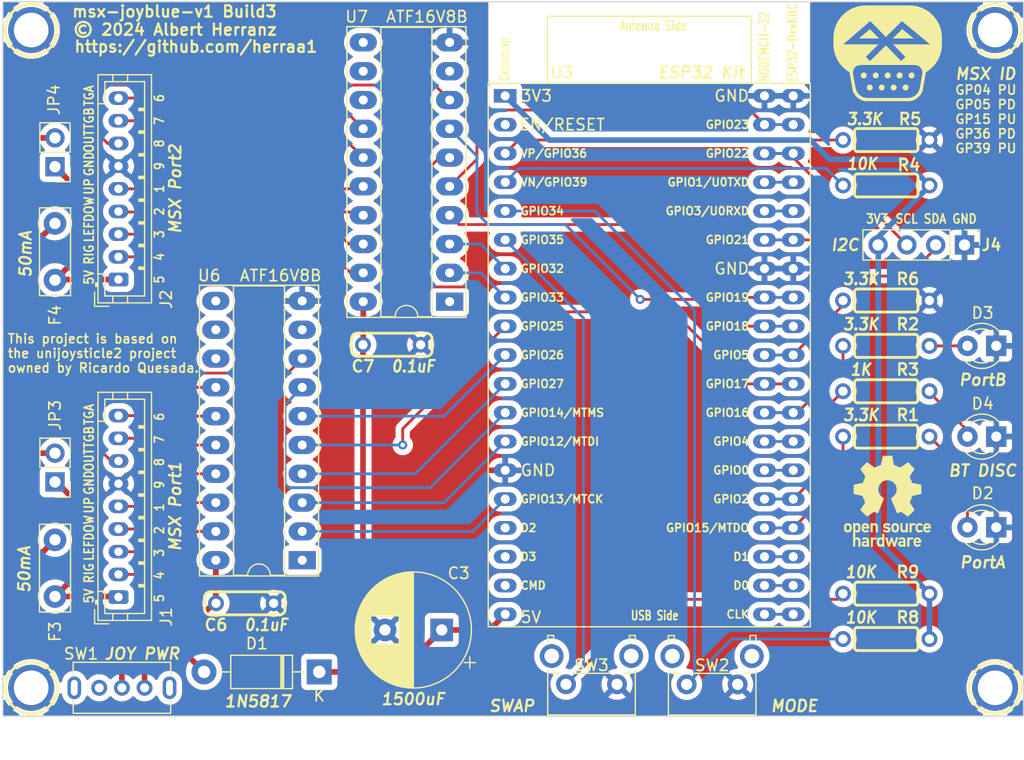
<source format=kicad_pcb>
(kicad_pcb (version 20221018) (generator pcbnew)
  (title_block (title "msx-joyblue: A Bluetooth controller adapter for MSX") (date "2024-02-10") (rev "v1 Build3") (company "Albert Herranz"))
  (layers (0 "F.Cu" signal) (31 "B.Cu" signal) (34 "B.Paste" user) (35 "F.Paste" user) (36 "B.SilkS" user "B.Silkscreen") (37 "F.SilkS" user "F.Silkscreen") (38 "B.Mask" user) (39 "F.Mask" user) (44 "Edge.Cuts" user))
  (net 0 "")
  (net 1 "GND")
  (net 2 "/J1_PWR")
  (net 3 "/J1_RIGHT")
  (net 4 "/J1_LEFT")
  (net 5 "/J1_DOWN")
  (net 6 "/J1_UP")
  (net 7 "/J1_OUT")
  (net 8 "/J1_TRIGB")
  (net 9 "/J1_TRIGA")
  (net 10 "/J2_PWR")
  (net 11 "/J2_RIGHT")
  (net 12 "/J2_LEFT")
  (net 13 "/J2_DOWN")
  (net 14 "/J2_UP")
  (net 15 "/J2_OUT")
  (net 16 "/J2_TRIGB")
  (net 17 "/J2_TRIGA")
  (net 18 "GPIO_J1_UP")
  (net 19 "GPIO_J1_DOWN")
  (net 20 "GPIO_J1_LEFT")
  (net 21 "GPIO_J1_RIGHT")
  (net 22 "GPIO_J1_TRIGA")
  (net 23 "GPIO_J1_TRIGB")
  (net 24 "GPIO_J2_UP")
  (net 25 "GPIO_J2_DOWN")
  (net 26 "GPIO_J2_LEFT")
  (net 27 "GPIO_J2_RIGHT")
  (net 28 "GPIO_J2_TRIGA")
  (net 29 "GPIO_J2_TRIGB")
  (net 31 "I2C_SDA")
  (net 35 "/JOY_5V")
  (net 36 "unconnected-(U3-SD_CLK{slash}GPIO6-Pad20)")
  (net 37 "unconnected-(U3-SD_DATA0{slash}GPIO7-Pad21)")
  (net 38 "unconnected-(U3-SD_DATA1{slash}GPIO8-Pad22)")
  (net 39 "unconnected-(U3-GPIO0{slash}BOOT{slash}ADC2_CH1-Pad25)")
  (net 40 "unconnected-(U3-U0RXD{slash}GPIO3-Pad34)")
  (net 41 "unconnected-(U3-U0TXD{slash}GPIO1-Pad35)")
  (net 42 "I2C_SCL")
  (net 43 "/EXT_5V")
  (net 44 "/JOY_EXT_5V")
  (net 46 "GPIO_BOOTSTRAP_15_LED_J1")
  (net 47 "GPIO_LED_J2")
  (net 48 "GPIO_BOOTSTRAP_04")
  (net 49 "GPIO_LED_BT")
  (net 50 "GPIO_SWITCH_USER2")
  (net 51 "GPIO_SWITCH_USER1")
  (net 52 "GPIO_39")
  (net 53 "GPIO_36")
  (net 54 "Net-(D2-A)")
  (net 55 "Net-(D3-A)")
  (net 56 "Net-(D4-A)")
  (net 57 "+3V3")
  (net 58 "GPIO_BOOTSTRAP_05")
  (footprint "Capacitor_THT:C_Disc_D7.5mm_W2.5mm_P5.00mm" (layer "F.Cu") (at 103.8 126.9 90)
    (fp_text reference "F3")
    (fp_text value "50mA")
  )
  (footprint "My_Components:Res_762" (layer "F.Cu") (at 177.1 126.65 180)
    (fp_text reference "R9")
    (fp_text value "10K")
  )
  (footprint "My_Components:Hole_3mm" (layer "F.Cu") (at 101.7 134.95)
    (fp_text reference "HOLE2" hide)
    (fp_text value "HOLE" hide)
  )
  (footprint "My_Components:Hole_3mm" (layer "F.Cu") (at 186.7 76.95)
    (fp_text reference "HOLE3" hide)
    (fp_text value "HOLE" hide)
  )
  (footprint "My_Components:Cap_Cer_508" (layer "F.Cu") (at 118 127.5)
    (fp_text reference "C6")
    (fp_text value "0.1uF")
  )
  (footprint "Capacitor_THT:C_Disc_D7.5mm_W2.5mm_P5.00mm" (layer "F.Cu") (at 103.8 99 90)
    (fp_text reference "F4")
    (fp_text value "50mA")
  )
  (footprint "Connector_PinHeader_2.54mm:PinHeader_1x02_P2.54mm_Vertical" (layer "F.Cu") (at 103.8 116.8 180)
    (fp_text reference "JP3")
    (fp_text value "J1 Fuse Bypass" hide)
  )
  (footprint "Symbol:OSHW-Logo_7.5x8mm_SilkScreen" (layer "F.Cu") (at 177.2 118.5)
    (fp_text reference "SYM1" hide)
    (fp_text value "Logo_Open_Hardware_Large" hide)
  )
  (footprint "Connector_PinHeader_2.54mm:PinHeader_1x04_P2.54mm_Vertical" (layer "F.Cu") (at 184 95.9 -90)
    (fp_text reference "J4")
    (fp_text value "I2C")
  )
  (footprint "Connector_JST:JST_PH_B9B-PH-K_1x09_P2.00mm_Vertical" (layer "F.Cu") (at 109.4 126.95 90)
    (fp_text reference "J1")
    (fp_text value "MSX Port1")
  )
  (footprint "My_Components:Res_762" (layer "F.Cu") (at 177.1 86.65)
    (fp_text reference "R5")
    (fp_text value "3.3K")
  )
  (footprint "Connector_PinHeader_2.54mm:PinHeader_1x02_P2.54mm_Vertical" (layer "F.Cu") (at 103.8 89 180)
    (fp_text reference "JP4")
    (fp_text value "J2 Fuse Bypass" hide)
  )
  (footprint "Package_DIP:DIP-20_W7.62mm_Socket_LongPads" (layer "F.Cu") (at 138.6 100.9 180)
    (fp_text reference "U7")
    (fp_text value "ATF16V8B")
  )
  (footprint "My_Components:Res_762" (layer "F.Cu") (at 177.1 130.65 180)
    (fp_text reference "R8")
    (fp_text value "10K")
  )
  (footprint "My_Components:X-NodeMCU-32-plus-ESP32-DevKitC" (layer "F.Cu") (at 143.5 82.75)
    (fp_text reference "U3")
    (fp_text value "ESP32 Kit")
  )
  (footprint "Button_Switch_THT:SW_Tactile_SPST_Angled_PTS645Vx39-2LFS" (layer "F.Cu") (at 153.36 134.64 180)
    (fp_text reference "SW3")
    (fp_text value "SWAP")
  )
  (footprint "My_Components:Hole_3mm" (layer "F.Cu") (at 186.7 134.95)
    (fp_text reference "HOLE4" hide)
    (fp_text value "HOLE" hide)
  )
  (footprint "Button_Switch_THT:SW_Tactile_SPST_Angled_PTS645Vx39-2LFS" (layer "F.Cu") (at 164 134.65 180)
    (fp_text reference "SW2")
    (fp_text value "MODE")
  )
  (footprint "My_Components:Hole_3mm" (layer "F.Cu") (at 101.7 76.95)
    (fp_text reference "HOLE1" hide)
    (fp_text value "HOLE" hide)
  )
  (footprint "My_Components:Res_762" (layer "F.Cu") (at 177.1 108.8 180)
    (fp_text reference "R3")
    (fp_text value "1K")
  )
  (footprint "My_Components:Res_762" (layer "F.Cu") (at 177.1 112.8 180)
    (fp_text reference "R1")
    (fp_text value "3.3K")
  )
  (footprint "Diode_THT:D_DO-41_SOD81_P10.16mm_Horizontal" (layer "F.Cu") (at 127.1 133.55 180)
    (fp_text reference "D1")
    (fp_text value "1N5817")
  )
  (footprint "My_Components:Res_762" (layer "F.Cu") (at 177.1 104.8 180)
    (fp_text reference "R2")
    (fp_text value "3.3K")
  )
  (footprint "My_Components:Res_762" (layer "F.Cu") (at 177.1 100.8)
    (fp_text reference "R6")
    (fp_text value "3.3K")
  )
  (footprint "Connector_JST:JST_PH_B9B-PH-K_1x09_P2.00mm_Vertical" (layer "F.Cu") (at 109.4 98.95 90)
    (fp_text reference "J2")
    (fp_text value "MSX Port2")
  )
  (footprint "My_Components:SW_SK-12D07G6-1P2T-6mm" (layer "F.Cu") (at 107.7 134.95)
    (fp_text reference "SW1")
    (fp_text value "JOY PWR")
  )
  (footprint "My_Components:Res_762" (layer "F.Cu") (at 177.1 90.65)
    (fp_text reference "R4")
    (fp_text value "10K")
  )
  (footprint "My_Components:Cap_Cer_508" (layer "F.Cu") (at 130.96 104.7)
    (fp_text reference "C7")
    (fp_text value "0.1uF")
  )
  (footprint "LED_THT:LED_D3.0mm" (layer "F.Cu") (at 186.8 120.8 180)
    (fp_text reference "D2")
    (fp_text value "PortA")
  )
  (footprint "Package_DIP:DIP-20_W7.62mm_Socket_LongPads" (layer "F.Cu") (at 125.6 123.7 180)
    (fp_text reference "U6")
    (fp_text value "ATF16V8B")
  )
  (footprint "Capacitor_THT:CP_Radial_D10.0mm_P5.00mm" (layer "F.Cu") (at 137.89936 129.85 180)
    (fp_text reference "C3")
    (fp_text value "1500uF")
  )
  (footprint "LED_THT:LED_D3.0mm" (layer "F.Cu") (at 186.8 112.8 180)
    (fp_text reference "D4")
    (fp_text value "BT DISC")
  )
  (footprint "LED_THT:LED_D3.0mm" (layer "F.Cu") (at 186.8 104.8 180)
    (fp_text reference "D3")
    (fp_text value "PortB")
  )
  (gr_line (start 175.057798 83.022107) (end 175.105682 83.037264) (stroke (width 0.286419)) (layer "F.SilkS"))
  (gr_line (start 174.964014 82.985554) (end 175.010551 83.00485) (stroke (width 0.286419)) (layer "F.SilkS"))
  (gr_line (start 179.806944 79.908997) (end 179.760575 79.900523) (stroke (width 0.286419)) (layer "F.SilkS"))
  (gr_line (start 174.312185 82.313382) (end 174.331304 82.35972) (stroke (width 0.286419)) (layer "F.SilkS"))
  (gr_line (start 175.203064 83.061026) (end 175.252417 83.069509) (stroke (width 0.286419)) (layer "F.SilkS"))
  (gr_line (start 174.105739 80.313412) (end 174.087205 80.352356) (stroke (width 0.286419)) (layer "F.SilkS"))
  (gr_line (start 174.739812 79.894393) (end 174.692281 79.900523) (stroke (width 0.286419)) (layer "F.SilkS"))
  (gr_line (start 179.623395 82.916044) (end 179.708244 82.860637) (stroke (width 0.286419)) (layer "F.SilkS"))
  (gr_line (start 174.400988 82.493276) (end 174.428079 82.53577) (stroke (width 0.286419)) (layer "F.SilkS"))
  (gr_line (start 174.375779 82.449729) (end 174.400988 82.493276) (stroke (width 0.286419)) (layer "F.SilkS"))
  (gr_line (start 179.995806 82.577149) (end 180.024711 82.53577) (stroke (width 0.286419)) (layer "F.SilkS"))
  (gr_line (start 180.051806 82.493276) (end 180.077019 82.449729) (stroke (width 0.286419)) (layer "F.SilkS"))
  (gr_line (start 179.788496 82.798551) (end 179.863565 82.730279) (stroke (width 0.286419)) (layer "F.SilkS"))
  (gr_line (start 174.838185 79.889416) (end 174.788463 79.890671) (stroke (width 0.286419)) (layer "F.SilkS"))
  (gr_line (start 180.057612 80.005654) (end 180.01937 79.984398) (stroke (width 0.286419)) (layer "F.SilkS"))
  (gr_line (start 180.347123 80.313412) (end 180.326545 80.275769) (stroke (width 0.286419)) (layer "F.SilkS"))
  (gr_line (start 180.43169 80.751255) (end 180.433923 80.703367) (stroke (width 0.286419)) (layer "F.SilkS"))
  (gr_line (start 174.056491 80.433901) (end 174.044414 80.476379) (stroke (width 0.286419)) (layer "F.SilkS"))
  (gr_line (start 180.279447 80.204631) (end 180.253029 80.171258) (stroke (width 0.286419)) (layer "F.SilkS"))
  (gr_line (start 174.323456 80.05385) (end 174.289971 80.080667) (stroke (width 0.286419)) (layer "F.SilkS"))
  (gr_line (start 174.033333 80.849027) (end 174.258204 82.120575) (stroke (width 0.286419)) (layer "F.SilkS"))
  (gr_line (start 174.289971 80.080667) (end 174.258175 80.109215) (stroke (width 0.286419)) (layer "F.SilkS"))
  (gr_line (start 174.126323 80.275769) (end 174.105739 80.313412) (stroke (width 0.286419)) (layer "F.SilkS"))
  (gr_line (start 179.614629 79.889416) (end 174.838185 79.889416) (stroke (width 0.286419)) (layer "F.SilkS"))
  (gr_poly (pts (xy 177.237485 80.739204) (xy 177.248346 80.74003) (xy 177.25905 80.741391) (xy 177.269582 80.743272) (xy 177.27993 80.74566) (xy 177.290079 80.748543) (xy 177.300016 80.751906) (xy 177.309729 80.755736) (xy 177.319203 80.760019) (xy 177.328424 80.764743) (xy 177.337381 80.769894) (xy 177.346058 80.775458) (xy 177.354444 80.781421) (xy 177.362523 80.787771) (xy 177.370284 80.794495) (xy 177.377711 80.801577) (xy 177.384793 80.809006) (xy 177.391515 80.816767) (xy 177.397864 80.824848) (xy 177.403827 80.833235) (xy 177.40939 80.841913) (xy 177.41454 80.850871) (xy 177.419263 80.860094) (xy 177.423546 80.869569) (xy 177.427376 80.879283) (xy 177.430738 80.889222) (xy 177.43362 80.899373) (xy 177.436009 80.909722) (xy 177.43789 80.920255) (xy 177.43925 80.93096) (xy 177.440076 80.941823) (xy 177.440354 80.952831) (xy 177.440076 80.963838) (xy 177.43925 80.974701) (xy 177.43789 80.985406) (xy 177.436009 80.99594) (xy 177.43362 81.006289) (xy 177.430738 81.01644) (xy 177.427376 81.026378) (xy 177.423546 81.036092) (xy 177.419263 81.045567) (xy 177.41454 81.05479) (xy 177.40939 81.063748) (xy 177.403827 81.072427) (xy 177.397864 81.080813) (xy 177.391515 81.088894) (xy 177.384793 81.096655) (xy 177.377711 81.104084) (xy 177.370284 81.111167) (xy 177.362523 81.11789) (xy 177.354444 81.12424) (xy 177.346058 81.130204) (xy 177.337381 81.135768) (xy 177.328424 81.140918) (xy 177.319203 81.145642) (xy 177.309729 81.149926) (xy 177.300016 81.153756) (xy 177.290079 81.157119) (xy 177.27993 81.160001) (xy 177.269582 81.16239) (xy 177.25905 81.164271) (xy 177.248346 81.165631) (xy 177.237485 81.166457) (xy 177.226479 81.166735) (xy 177.215473 81.166457) (xy 177.204611 81.165631) (xy 177.193908 81.164271) (xy 177.183376 81.16239) (xy 177.173028 81.160001) (xy 177.162879 81.157119) (xy 177.152942 81.153756) (xy 177.143229 81.149926) (xy 177.133755 81.145642) (xy 177.124533 81.140918) (xy 177.115577 81.135768) (xy 177.106899 81.130204) (xy 177.098514 81.12424) (xy 177.090435 81.11789) (xy 177.082674 81.111167) (xy 177.075247 81.104084) (xy 177.068165 81.096655) (xy 177.061443 81.088894) (xy 177.055093 81.080813) (xy 177.04913 81.072427) (xy 177.043567 81.063748) (xy 177.038418 81.05479) (xy 177.033694 81.045567) (xy 177.029411 81.036092) (xy 177.025582 81.026378) (xy 177.022219 81.01644) (xy 177.019337 81.006289) (xy 177.016949 80.99594) (xy 177.015068 80.985406) (xy 177.013708 80.974701) (xy 177.012882 80.963838) (xy 177.012604 80.952831) (xy 177.012882 80.941823) (xy 177.013708 80.93096) (xy 177.015068 80.920255) (xy 177.016949 80.909722) (xy 177.019337 80.899373) (xy 177.022219 80.889222) (xy 177.025582 80.879283) (xy 177.029411 80.869569) (xy 177.033694 80.860094) (xy 177.038418 80.850871) (xy 177.043567 80.841913) (xy 177.04913 80.833235) (xy 177.055093 80.824848) (xy 177.061443 80.816767) (xy 177.068165 80.809006) (xy 177.075247 80.801577) (xy 177.082674 80.794495) (xy 177.090435 80.787771) (xy 177.098514 80.781421) (xy 177.106899 80.775458) (xy 177.115577 80.769894) (xy 177.124533 80.764743) (xy 177.133755 80.760019) (xy 177.143229 80.755736) (xy 177.152942 80.751906) (xy 177.162879 80.748543) (xy 177.173028 80.74566) (xy 177.183376 80.743272) (xy 177.193908 80.741391) (xy 177.204611 80.74003) (xy 177.215473 80.739204) (xy 177.226479 80.738926)) (stroke (width 0.095538)) (fill solid) (layer "F.SilkS"))
  (gr_line (start 174.258204 82.120575) (end 174.268178 82.169772) (stroke (width 0.286419)) (layer "F.SilkS"))
  (gr_line (start 174.087205 80.352356) (end 174.070771 80.39254) (stroke (width 0.286419)) (layer "F.SilkS"))
  (gr_line (start 180.426893 80.799828) (end 180.43169 80.751255) (stroke (width 0.286419)) (layer "F.SilkS"))
  (gr_line (start 180.365652 80.352356) (end 180.347123 80.313412) (stroke (width 0.286419)) (layer "F.SilkS"))
  (gr_line (start 179.979646 79.965119) (end 179.938489 79.947878) (stroke (width 0.286419)) (layer "F.SilkS"))
  (gr_line (start 174.173431 80.204631) (end 174.148904 80.239488) (stroke (width 0.286419)) (layer "F.SilkS"))
  (gr_poly (pts (xy 176.184117 80.739057) (xy 176.194986 80.739884) (xy 176.205697 80.741245) (xy 176.216236 80.743128) (xy 176.226591 80.745518) (xy 176.236747 80.748402) (xy 176.246691 80.751768) (xy 176.25641 80.7556) (xy 176.265891 80.759887) (xy 176.275119 80.764614) (xy 176.284082 80.769768) (xy 176.292765 80.775336) (xy 176.301156 80.781304) (xy 176.309241 80.787658) (xy 176.317007 80.794386) (xy 176.32444 80.801473) (xy 176.331526 80.808907) (xy 176.338253 80.816674) (xy 176.344607 80.82476) (xy 176.350574 80.833152) (xy 176.356141 80.841837) (xy 176.361294 80.850801) (xy 176.36602 80.860031) (xy 176.370306 80.869512) (xy 176.374139 80.879233) (xy 176.377503 80.889178) (xy 176.380387 80.899336) (xy 176.382777 80.909692) (xy 176.384659 80.920233) (xy 176.38602 80.930945) (xy 176.386847 80.941816) (xy 176.387125 80.952831) (xy 176.386847 80.963846) (xy 176.38602 80.974716) (xy 176.384659 80.985429) (xy 176.382777 80.99597) (xy 176.380387 81.006326) (xy 176.377503 81.016483) (xy 176.374139 81.026429) (xy 176.370306 81.036149) (xy 176.36602 81.045631) (xy 176.361294 81.054861) (xy 176.356141 81.063824) (xy 176.350574 81.072509) (xy 176.344607 81.080901) (xy 176.338253 81.088988) (xy 176.331526 81.096754) (xy 176.32444 81.104188) (xy 176.317007 81.111276) (xy 176.309241 81.118003) (xy 176.301156 81.124358) (xy 176.292765 81.130326) (xy 176.284082 81.135893) (xy 176.275119 81.141048) (xy 176.265891 81.145775) (xy 176.25641 81.150061) (xy 176.246691 81.153894) (xy 176.236747 81.157259) (xy 176.226591 81.160143) (xy 176.216236 81.162534) (xy 176.205697 81.164416) (xy 176.194986 81.165777) (xy 176.184117 81.166604) (xy 176.173103 81.166882) (xy 176.16209 81.166604) (xy 176.151221 81.165777) (xy 176.14051 81.164416) (xy 176.129971 81.162534) (xy 176.119616 81.160143) (xy 176.10946 81.157259) (xy 176.099516 81.153894) (xy 176.089797 81.150061) (xy 176.080316 81.145775) (xy 176.071088 81.141048) (xy 176.062125 81.135893) (xy 176.053442 81.130326) (xy 176.045051 81.124358) (xy 176.036966 81.118003) (xy 176.0292 81.111276) (xy 176.021767 81.104188) (xy 176.014681 81.096754) (xy 176.007954 81.088988) (xy 176.0016 81.080901) (xy 175.995633 81.072509) (xy 175.990066 81.063824) (xy 175.984913 81.054861) (xy 175.980187 81.045631) (xy 175.975901 81.036149) (xy 175.972069 81.026429) (xy 175.968704 81.016483) (xy 175.96582 81.006326) (xy 175.96343 80.99597) (xy 175.961548 80.985429) (xy 175.960187 80.974716) (xy 175.95936 80.963846) (xy 175.959082 80.952831) (xy 175.95936 80.941816) (xy 175.960187 80.930945) (xy 175.961548 80.920233) (xy 175.96343 80.909692) (xy 175.96582 80.899336) (xy 175.968704 80.889178) (xy 175.972069 80.879233) (xy 175.975901 80.869512) (xy 175.980187 80.860031) (xy 175.984913 80.850801) (xy 175.990066 80.841837) (xy 175.995633 80.833152) (xy 176.0016 80.82476) (xy 176.007954 80.816674) (xy 176.014681 80.808907) (xy 176.021767 80.801473) (xy 176.0292 80.794386) (xy 176.036966 80.787658) (xy 176.045051 80.781304) (xy 176.053442 80.775336) (xy 176.062125 80.769768) (xy 176.071088 80.764614) (xy 176.080316 80.759887) (xy 176.089797 80.7556) (xy 176.099516 80.751768) (xy 176.10946 80.748402) (xy 176.119616 80.745518) (xy 176.129971 80.743128) (xy 176.14051 80.741245) (xy 176.151221 80.739884) (xy 176.16209 80.739057) (xy 176.173103 80.738779)) (stroke (width 0.095538)) (fill solid) (layer "F.SilkS"))
  (gr_poly (pts (xy 175.657352 81.803578) (xy 175.668217 81.804404) (xy 175.678925 81.805765) (xy 175.689461 81.807647) (xy 175.699811 81.810036) (xy 175.709964 81.81292) (xy 175.719905 81.816284) (xy 175.729621 81.820115) (xy 175.739098 81.8244) (xy 175.748323 81.829126) (xy 175.757282 81.834278) (xy 175.765963 81.839844) (xy 175.774351 81.845809) (xy 175.782433 81.852162) (xy 175.790197 81.858887) (xy 175.797627 81.865972) (xy 175.804711 81.873404) (xy 175.811435 81.881168) (xy 175.817787 81.889251) (xy 175.823752 81.897641) (xy 175.829317 81.906322) (xy 175.834468 81.915283) (xy 175.839193 81.92451) (xy 175.843478 81.933988) (xy 175.847309 81.943705) (xy 175.850672 81.953647) (xy 175.853555 81.963801) (xy 175.855944 81.974154) (xy 175.857826 81.984691) (xy 175.859186 81.9954) (xy 175.860012 82.006267) (xy 175.860291 82.017278) (xy 175.860012 82.028289) (xy 175.859186 82.039156) (xy 175.857826 82.049865) (xy 175.855944 82.060402) (xy 175.853555 82.070754) (xy 175.850672 82.080908) (xy 175.847309 82.090851) (xy 175.843478 82.100568) (xy 175.839193 82.110046) (xy 175.834468 82.119273) (xy 175.829317 82.128233) (xy 175.823752 82.136915) (xy 175.817787 82.145304) (xy 175.811435 82.153388) (xy 175.804711 82.161152) (xy 175.797627 82.168583) (xy 175.790197 82.175668) (xy 175.782433 82.182394) (xy 175.774351 82.188746) (xy 175.765963 82.194712) (xy 175.757282 82.200278) (xy 175.748323 82.20543) (xy 175.739098 82.210155) (xy 175.729621 82.21444) (xy 175.719905 82.218272) (xy 175.709964 82.221636) (xy 175.699811 82.224519) (xy 175.689461 82.226909) (xy 175.678925 82.22879) (xy 175.668217 82.230151) (xy 175.657352 82.230977) (xy 175.646342 82.231256) (xy 175.635333 82.230977) (xy 175.624467 82.230151) (xy 175.61376 82.22879) (xy 175.603224 82.226909) (xy 175.592873 82.224519) (xy 175.582721 82.221636) (xy 175.57278 82.218272) (xy 175.563064 82.21444) (xy 175.553587 82.210155) (xy 175.544362 82.20543) (xy 175.535402 82.200278) (xy 175.526722 82.194712) (xy 175.518334 82.188746) (xy 175.510251 82.182394) (xy 175.502488 82.175668) (xy 175.495058 82.168583) (xy 175.487974 82.161152) (xy 175.481249 82.153388) (xy 175.474898 82.145304) (xy 175.468933 82.136915) (xy 175.463368 82.128233) (xy 175.458216 82.119273) (xy 175.453492 82.110046) (xy 175.449207 82.100568) (xy 175.445376 82.090851) (xy 175.442013 82.080908) (xy 175.43913 82.070754) (xy 175.436741 82.060402) (xy 175.434859 82.049865) (xy 175.433499 82.039156) (xy 175.432672 82.028289) (xy 175.432394 82.017278) (xy 175.432672 82.006267) (xy 175.433499 81.9954) (xy 175.434859 81.984691) (xy 175.436741 81.974154) (xy 175.43913 81.963801) (xy 175.442013 81.953647) (xy 175.445376 81.943705) (xy 175.449207 81.933988) (xy 175.453492 81.92451) (xy 175.458216 81.915283) (xy 175.463368 81.906322) (xy 175.468933 81.897641) (xy 175.474898 81.889251) (xy 175.481249 81.881168) (xy 175.487974 81.873404) (xy 175.495058 81.865972) (xy 175.502488 81.858887) (xy 175.510251 81.852162) (xy 175.518334 81.845809) (xy 175.526722 81.839844) (xy 175.535402 81.834278) (xy 175.544362 81.829126) (xy 175.553587 81.8244) (xy 175.563064 81.820115) (xy 175.57278 81.816284) (xy 175.582721 81.81292) (xy 175.592873 81.810036) (xy 175.603224 81.807647) (xy 175.61376 81.805765) (xy 175.624467 81.804404) (xy 175.635333 81.803578) (xy 175.646342 81.803299)) (stroke (width 0.095538)) (fill solid) (layer "F.SilkS"))
  (gr_line (start 174.600788 79.919756) (end 174.556929 79.932736) (stroke (width 0.286419)) (layer "F.SilkS"))
  (gr_line (start 174.692281 79.900523) (end 174.645922 79.908997) (stroke (width 0.286419)) (layer "F.SilkS"))
  (gr_line (start 179.760575 79.900523) (end 179.713032 79.894393) (stroke (width 0.286419)) (layer "F.SilkS"))
  (gr_line (start 174.395283 80.005654) (end 174.358577 80.028825) (stroke (width 0.286419)) (layer "F.SilkS"))
  (gr_line (start 180.326545 80.275769) (end 180.303969 80.239488) (stroke (width 0.286419)) (layer "F.SilkS"))
  (gr_line (start 180.425751 80.564439) (end 180.418242 80.519912) (stroke (width 0.286419)) (layer "F.SilkS"))
  (gr_line (start 179.534535 82.96428) (end 179.623395 82.916044) (stroke (width 0.286419)) (layer "F.SilkS"))
  (gr_line (start 179.150725 83.075645) (end 179.200414 83.069509) (stroke (width 0.286419)) (layer "F.SilkS"))
  (gr_line (start 180.162922 80.080667) (end 180.129439 80.05385) (stroke (width 0.286419)) (layer "F.SilkS"))
  (gr_line (start 175.154128 83.050257) (end 175.203064 83.061026) (stroke (width 0.286419)) (layer "F.SilkS"))
  (gr_line (start 174.553809 82.693977) (end 174.589216 82.730279) (stroke (width 0.286419)) (layer "F.SilkS"))
  (gr_line (start 179.050611 83.080628) (end 179.100766 83.079372) (stroke (width 0.286419)) (layer "F.SilkS"))
  (gr_line (start 180.01937 79.984398) (end 179.979646 79.965119) (stroke (width 0.286419)) (layer "F.SilkS"))
  (gr_poly (pts (xy 179.344169 80.739057) (xy 179.355038 80.739884) (xy 179.365749 80.741245) (xy 179.376289 80.743128) (xy 179.386643 80.745518) (xy 179.396799 80.748402) (xy 179.406744 80.751768) (xy 179.416463 80.7556) (xy 179.425943 80.759887) (xy 179.435171 80.764614) (xy 179.444134 80.769768) (xy 179.452818 80.775336) (xy 179.461209 80.781304) (xy 179.469294 80.787658) (xy 179.477059 80.794386) (xy 179.484492 80.801473) (xy 179.491579 80.808907) (xy 179.498306 80.816674) (xy 179.504659 80.82476) (xy 179.510626 80.833152) (xy 179.516193 80.841837) (xy 179.521346 80.850801) (xy 179.526073 80.860031) (xy 179.530359 80.869512) (xy 179.534191 80.879233) (xy 179.537556 80.889178) (xy 179.54044 80.899336) (xy 179.54283 80.909692) (xy 179.544712 80.920233) (xy 179.546073 80.930945) (xy 179.546899 80.941816) (xy 179.547178 80.952831) (xy 179.546899 80.963846) (xy 179.546073 80.974716) (xy 179.544712 80.985429) (xy 179.54283 80.99597) (xy 179.54044 81.006326) (xy 179.537556 81.016483) (xy 179.534191 81.026429) (xy 179.530359 81.036149) (xy 179.526073 81.045631) (xy 179.521346 81.054861) (xy 179.516193 81.063824) (xy 179.510626 81.072509) (xy 179.504659 81.080901) (xy 179.498306 81.088988) (xy 179.491579 81.096754) (xy 179.484492 81.104188) (xy 179.477059 81.111276) (xy 179.469294 81.118003) (xy 179.461209 81.124358) (xy 179.452818 81.130326) (xy 179.444134 81.135893) (xy 179.435171 81.141048) (xy 179.425943 81.145775) (xy 179.416463 81.150061) (xy 179.406744 81.153894) (xy 179.396799 81.157259) (xy 179.386643 81.160143) (xy 179.376289 81.162534) (xy 179.365749 81.164416) (xy 179.355038 81.165777) (xy 179.344169 81.166604) (xy 179.333156 81.166882) (xy 179.322142 81.166604) (xy 179.311273 81.165777) (xy 179.300562 81.164416) (xy 179.290023 81.162534) (xy 179.279668 81.160143) (xy 179.269512 81.157259) (xy 179.259568 81.153894) (xy 179.249849 81.150061) (xy 179.240368 81.145775) (xy 179.23114 81.141048) (xy 179.222178 81.135893) (xy 179.213494 81.130326) (xy 179.205103 81.124358) (xy 179.197018 81.118003) (xy 179.189252 81.111276) (xy 179.18182 81.104188) (xy 179.174733 81.096754) (xy 179.168006 81.088988) (xy 179.161653 81.080901) (xy 179.155686 81.072509) (xy 179.150119 81.063824) (xy 179.144965 81.054861) (xy 179.140239 81.045631) (xy 179.135953 81.036149) (xy 179.132121 81.026429) (xy 179.128756 81.016483) (xy 179.125872 81.006326) (xy 179.123482 80.99597) (xy 179.1216 80.985429) (xy 179.120239 80.974716) (xy 179.119413 80.963846) (xy 179.119134 80.952831) (xy 179.119413 80.941816) (xy 179.120239 80.930945) (xy 179.1216 80.920233) (xy 179.123482 80.909692) (xy 179.125872 80.899336) (xy 179.128756 80.889178) (xy 179.132121 80.879233) (xy 179.135953 80.869512) (xy 179.140239 80.860031) (xy 179.144965 80.850801) (xy 179.150119 80.841837) (xy 179.155686 80.833152) (xy 179.161653 80.82476) (xy 179.168006 80.816674) (xy 179.174733 80.808907) (xy 179.18182 80.801473) (xy 179.189252 80.794386) (xy 179.197018 80.787658) (xy 179.205103 80.781304) (xy 179.213494 80.775336) (xy 179.222178 80.769768) (xy 179.23114 80.764614) (xy 179.240368 80.759887) (xy 179.249849 80.7556) (xy 179.259568 80.751768) (xy 179.269512 80.748402) (xy 179.279668 80.745518) (xy 179.290023 80.743128) (xy 179.300562 80.741245) (xy 179.311273 80.739884) (xy 179.322142 80.739057) (xy 179.333156 80.738779)) (stroke (width 0.095538)) (fill solid) (layer "F.SilkS"))
  (gr_poly (pts (xy 178.290685 80.739094) (xy 178.301554 80.739921) (xy 178.312265 80.741283) (xy 178.322805 80.743165) (xy 178.333159 80.745556) (xy 178.343314 80.748441) (xy 178.353258 80.751808) (xy 178.362976 80.755641) (xy 178.372455 80.759929) (xy 178.381682 80.764657) (xy 178.390643 80.769812) (xy 178.399325 80.775381) (xy 178.407714 80.781351) (xy 178.415798 80.787706) (xy 178.423561 80.794436) (xy 178.430992 80.801525) (xy 178.438077 80.80896) (xy 178.444802 80.816728) (xy 178.451153 80.824816) (xy 178.457118 80.83321) (xy 178.462683 80.841896) (xy 178.467835 80.850862) (xy 178.47256 80.860093) (xy 178.476844 80.869576) (xy 178.480675 80.879298) (xy 178.484038 80.889245) (xy 178.486921 80.899404) (xy 178.48931 80.909761) (xy 178.491191 80.920303) (xy 178.492551 80.931017) (xy 178.493377 80.941888) (xy 178.493656 80.952904) (xy 178.493377 80.963917) (xy 178.492551 80.974785) (xy 178.491191 80.985494) (xy 178.48931 80.996032) (xy 178.486921 81.006385) (xy 178.484038 81.01654) (xy 178.480675 81.026483) (xy 178.476844 81.0362) (xy 178.47256 81.045679) (xy 178.467835 81.054905) (xy 178.462683 81.063866) (xy 178.457118 81.072547) (xy 178.451153 81.080937) (xy 178.444802 81.08902) (xy 178.438077 81.096784) (xy 178.430992 81.104215) (xy 178.423561 81.111299) (xy 178.415798 81.118025) (xy 178.407714 81.124376) (xy 178.399325 81.130342) (xy 178.390643 81.135907) (xy 178.381682 81.141059) (xy 178.372455 81.145784) (xy 178.362976 81.150069) (xy 178.353258 81.1539) (xy 178.343314 81.157263) (xy 178.333159 81.160147) (xy 178.322805 81.162536) (xy 178.312265 81.164417) (xy 178.301554 81.165778) (xy 178.290685 81.166604) (xy 178.27967 81.166882) (xy 178.268673 81.166604) (xy 178.257818 81.165778) (xy 178.24712 81.164417) (xy 178.236592 81.162536) (xy 178.226248 81.160147) (xy 178.216102 81.157263) (xy 178.206166 81.1539) (xy 178.196454 81.150069) (xy 178.18698 81.145784) (xy 178.177758 81.141059) (xy 178.1688 81.135907) (xy 178.16012 81.130342) (xy 178.151732 81.124376) (xy 178.14365 81.118025) (xy 178.135886 81.111299) (xy 178.128454 81.104215) (xy 178.121369 81.096784) (xy 178.114642 81.08902) (xy 178.108289 81.080937) (xy 178.102321 81.072547) (xy 178.096754 81.063866) (xy 178.091599 81.054905) (xy 178.086872 81.045679) (xy 178.082585 81.0362) (xy 178.078751 81.026483) (xy 178.075385 81.01654) (xy 178.0725 81.006385) (xy 178.070109 80.996032) (xy 178.068226 80.985494) (xy 178.066864 80.974785) (xy 178.066037 80.963917) (xy 178.065759 80.952904) (xy 178.066037 80.941888) (xy 178.066864 80.931017) (xy 178.068226 80.920303) (xy 178.070109 80.909761) (xy 178.0725 80.899404) (xy 178.075385 80.889245) (xy 178.078751 80.879298) (xy 178.082585 80.869576) (xy 178.086872 80.860093) (xy 178.091599 80.850862) (xy 178.096754 80.841897) (xy 178.102321 80.83321) (xy 178.108289 80.824816) (xy 178.114642 80.816729) (xy 178.121369 80.80896) (xy 178.128454 80.801525) (xy 178.135886 80.794436) (xy 178.14365 80.787707) (xy 178.151732 80.781351) (xy 178.16012 80.775381) (xy 178.1688 80.769812) (xy 178.177758 80.764657) (xy 178.18698 80.759929) (xy 178.196454 80.755641) (xy 178.206166 80.751808) (xy 178.216102 80.748441) (xy 178.226248 80.745556) (xy 178.236592 80.743165) (xy 178.24712 80.741283) (xy 178.257818 80.739921) (xy 178.268673 80.739094) (xy 178.27967 80.738815)) (stroke (width 0.095538)) (fill solid) (layer "F.SilkS"))
  (gr_line (start 180.194646 82.120575) (end 180.41948 80.849027) (stroke (width 0.286419)) (layer "F.SilkS"))
  (gr_line (start 174.428079 82.53577) (end 174.45698 82.577149) (stroke (width 0.286419)) (layer "F.SilkS"))
  (gr_line (start 174.91826 82.96428) (end 174.964014 82.985554) (stroke (width 0.286419)) (layer "F.SilkS"))
  (gr_line (start 174.295242 82.266237) (end 174.312185 82.313382) (stroke (width 0.286419)) (layer "F.SilkS"))
  (gr_line (start 174.519919 82.656314) (end 174.553809 82.693977) (stroke (width 0.286419)) (layer "F.SilkS"))
  (gr_poly (pts (xy 178.817583 81.803541) (xy 178.828442 81.804367) (xy 178.839142 81.805728) (xy 178.849671 81.807609) (xy 178.860015 81.809998) (xy 178.870161 81.812881) (xy 178.880094 81.816244) (xy 178.889803 81.820075) (xy 178.899272 81.824359) (xy 178.90849 81.829084) (xy 178.917441 81.834235) (xy 178.926114 81.839799) (xy 178.934495 81.845764) (xy 178.94257 81.852114) (xy 178.950325 81.858838) (xy 178.957748 81.865921) (xy 178.964825 81.87335) (xy 178.971543 81.881112) (xy 178.977888 81.889193) (xy 178.983846 81.89758) (xy 178.989405 81.906259) (xy 178.994551 81.915216) (xy 178.999271 81.924439) (xy 179.00355 81.933914) (xy 179.007376 81.943628) (xy 179.010736 81.953566) (xy 179.013616 81.963716) (xy 179.016002 81.974064) (xy 179.017881 81.984596) (xy 179.01924 81.9953) (xy 179.020065 82.006162) (xy 179.020343 82.017167) (xy 179.020065 82.028177) (xy 179.01924 82.039041) (xy 179.017881 82.049748) (xy 179.016002 82.060283) (xy 179.013616 82.070634) (xy 179.010736 82.080786) (xy 179.007376 82.090726) (xy 179.00355 82.100442) (xy 178.999271 82.109918) (xy 178.994551 82.119143) (xy 178.989405 82.128102) (xy 178.983846 82.136782) (xy 178.977888 82.14517) (xy 178.971543 82.153252) (xy 178.964825 82.161015) (xy 178.957748 82.168445) (xy 178.950325 82.175529) (xy 178.94257 82.182254) (xy 178.934495 82.188605) (xy 178.926114 82.19457) (xy 178.917441 82.200135) (xy 178.90849 82.205286) (xy 178.899272 82.210011) (xy 178.889803 82.214295) (xy 178.880094 82.218126) (xy 178.870161 82.22149) (xy 178.860015 82.224373) (xy 178.849671 82.226762) (xy 178.839142 82.228643) (xy 178.828442 82.230004) (xy 178.817583 82.23083) (xy 178.806579 82.231108) (xy 178.795558 82.23083) (xy 178.784684 82.230004) (xy 178.773969 82.228643) (xy 178.763427 82.226762) (xy 178.753071 82.224373) (xy 178.742914 82.22149) (xy 178.732971 82.218126) (xy 178.723254 82.214295) (xy 178.713776 82.210011) (xy 178.704552 82.205286) (xy 178.695594 82.200135) (xy 178.686915 82.19457) (xy 178.67853 82.188605) (xy 178.670451 82.182254) (xy 178.662692 82.175529) (xy 178.655266 82.168445) (xy 178.648187 82.161015) (xy 178.641467 82.153252) (xy 178.635121 82.14517) (xy 178.629162 82.136782) (xy 178.623602 82.128102) (xy 178.618456 82.119143) (xy 178.613736 82.109918) (xy 178.609457 82.100442) (xy 178.605631 82.090726) (xy 178.602271 82.080786) (xy 178.599392 82.070634) (xy 178.597007 82.060283) (xy 178.595128 82.049748) (xy 178.59377 82.039041) (xy 178.592945 82.028177) (xy 178.592667 82.017167) (xy 178.592945 82.006165) (xy 178.59377 81.995306) (xy 178.595129 81.984605) (xy 178.597008 81.974074) (xy 178.599395 81.963728) (xy 178.602275 81.95358) (xy 178.605635 81.943642) (xy 178.609462 81.93393) (xy 178.613743 81.924456) (xy 178.618463 81.915233) (xy 178.623611 81.906275) (xy 178.629171 81.897596) (xy 178.635132 81.889209) (xy 178.641479 81.881128) (xy 178.6482 81.873365) (xy 178.65528 81.865935) (xy 178.662707 81.858851) (xy 178.670466 81.852126) (xy 178.678546 81.845775) (xy 178.686931 81.839809) (xy 178.69561 81.834243) (xy 178.704568 81.829091) (xy 178.713792 81.824366) (xy 178.723269 81.82008) (xy 178.732986 81.816249) (xy 178.742928 81.812884) (xy 178.753083 81.81) (xy 178.763437 81.807611) (xy 178.773977 81.805729) (xy 178.78469 81.804367) (xy 178.795561 81.803541) (xy 178.806579 81.803262)) (stroke (width 0.095538)) (fill solid) (layer "F.SilkS"))
  (gr_line (start 174.034592 80.519912) (end 174.027078 80.564439) (stroke (width 0.286419)) (layer "F.SilkS"))
  (gr_line (start 174.703801 82.830398) (end 174.74454 82.860637) (stroke (width 0.286419)) (layer "F.SilkS"))
  (gr_poly (pts (xy 179.518329 77.693461) (xy 177.675485 77.693461) (xy 178.511997 76.862397)) (fill solid) (layer "F.SilkS"))
  (gr_line (start 174.873362 82.941089) (end 174.91826 82.96428) (stroke (width 0.286419)) (layer "F.SilkS"))
  (gr_line (start 180.396354 80.433901) (end 180.382079 80.39254) (stroke (width 0.286419)) (layer "F.SilkS"))
  (gr_line (start 180.408426 80.476379) (end 180.396354 80.433901) (stroke (width 0.286419)) (layer "F.SilkS"))
  (gr_line (start 179.100766 83.079372) (end 179.150725 83.075645) (stroke (width 0.286419)) (layer "F.SilkS"))
  (gr_line (start 174.021125 80.751255) (end 174.025921 80.799828) (stroke (width 0.286419)) (layer "F.SilkS"))
  (gr_line (start 174.148904 80.239488) (end 174.126323 80.275769) (stroke (width 0.286419)) (layer "F.SilkS"))
  (gr_poly (pts (xy 177.763955 81.803578) (xy 177.774821 81.804404) (xy 177.785528 81.805765) (xy 177.796064 81.807647) (xy 177.806415 81.810036) (xy 177.816567 81.81292) (xy 177.826508 81.816284) (xy 177.836224 81.820115) (xy 177.845701 81.8244) (xy 177.854926 81.829126) (xy 177.863886 81.834278) (xy 177.872566 81.839844) (xy 177.880955 81.845809) (xy 177.889037 81.852162) (xy 177.8968 81.858887) (xy 177.90423 81.865972) (xy 177.911314 81.873404) (xy 177.918039 81.881168) (xy 177.92439 81.889251) (xy 177.930355 81.897641) (xy 177.93592 81.906322) (xy 177.941072 81.915283) (xy 177.945797 81.92451) (xy 177.950081 81.933988) (xy 177.953912 81.943705) (xy 177.957275 81.953647) (xy 177.960158 81.963801) (xy 177.962547 81.974154) (xy 177.964429 81.984691) (xy 177.96579 81.9954) (xy 177.966616 82.006267) (xy 177.966894 82.017278) (xy 177.966616 82.028289) (xy 177.96579 82.039156) (xy 177.964429 82.049865) (xy 177.962547 82.060402) (xy 177.960158 82.070754) (xy 177.957275 82.080908) (xy 177.953912 82.090851) (xy 177.950081 82.100568) (xy 177.945797 82.110046) (xy 177.941072 82.119273) (xy 177.93592 82.128233) (xy 177.930355 82.136915) (xy 177.92439 82.145304) (xy 177.918039 82.153388) (xy 177.911314 82.161152) (xy 177.90423 82.168583) (xy 177.8968 82.175668) (xy 177.889037 82.182394) (xy 177.880955 82.188746) (xy 177.872566 82.194712) (xy 177.863886 82.200278) (xy 177.854926 82.20543) (xy 177.845701 82.210155) (xy 177.836224 82.21444) (xy 177.826508 82.218272) (xy 177.816567 82.221636) (xy 177.806415 82.224519) (xy 177.796064 82.226909) (xy 177.785528 82.22879) (xy 177.774821 82.230151) (xy 177.763955 82.230977) (xy 177.752946 82.231256) (xy 177.741936 82.230977) (xy 177.731071 82.230151) (xy 177.720363 82.22879) (xy 177.709828 82.226909) (xy 177.699477 82.224519) (xy 177.689324 82.221636) (xy 177.679383 82.218272) (xy 177.669667 82.21444) (xy 177.66019 82.210155) (xy 177.650965 82.20543) (xy 177.642006 82.200278) (xy 177.633325 82.194712) (xy 177.624937 82.188746) (xy 177.616855 82.182394) (xy 177.609092 82.175668) (xy 177.601661 82.168583) (xy 177.594577 82.161152) (xy 177.587853 82.153388) (xy 177.581501 82.145304) (xy 177.575536 82.136915) (xy 177.569971 82.128233) (xy 177.56482 82.119273) (xy 177.560095 82.110046) (xy 177.55581 82.100568) (xy 177.55198 82.090851) (xy 177.548616 82.080908) (xy 177.545733 82.070754) (xy 177.543344 82.060402) (xy 177.541463 82.049865) (xy 177.540102 82.039156) (xy 177.539276 82.028289) (xy 177.538997 82.017278) (xy 177.539276 82.006267) (xy 177.540102 81.9954) (xy 177.541463 81.984691) (xy 177.543344 81.974154) (xy 177.545733 81.963801) (xy 177.548616 81.953647) (xy 177.55198 81.943705) (xy 177.55581 81.933988) (xy 177.560095 81.92451) (xy 177.56482 81.915283) (xy 177.569971 81.906322) (xy 177.575536 81.897641) (xy 177.581501 81.889251) (xy 177.587853 81.881168) (xy 177.594577 81.873404) (xy 177.601661 81.865972) (xy 177.609092 81.858887) (xy 177.616855 81.852162) (xy 177.624937 81.845809) (xy 177.633325 81.839844) (xy 177.642006 81.834278) (xy 177.650965 81.829126) (xy 177.66019 81.8244) (xy 177.669667 81.820115) (xy 177.679383 81.816284) (xy 177.689324 81.81292) (xy 177.699477 81.810036) (xy 177.709828 81.807647) (xy 177.720363 81.805765) (xy 177.731071 81.804404) (xy 177.741936 81.803578) (xy 177.752946 81.803299)) (stroke (width 0.095538)) (fill solid) (layer "F.SilkS"))
  (gr_line (start 179.938489 79.947878) (end 179.895953 79.932736) (stroke (width 0.286419)) (layer "F.SilkS"))
  (gr_line (start 180.024711 82.53577) (end 180.051806 82.493276) (stroke (width 0.286419)) (layer "F.SilkS"))
  (gr_line (start 174.018895 80.703367) (end 174.021125 80.751255) (stroke (width 0.286419)) (layer "F.SilkS"))
  (gr_line (start 174.788463 79.890671) (end 174.739812 79.894393) (stroke (width 0.286419)) (layer "F.SilkS"))
  (gr_line (start 179.442252 83.00485) (end 179.488785 82.985554) (stroke (width 0.286419)) (layer "F.SilkS"))
  (gr_line (start 179.39501 83.022107) (end 179.442252 83.00485) (stroke (width 0.286419)) (layer "F.SilkS"))
  (gr_line (start 180.433643 80.656228) (end 180.430902 80.609898) (stroke (width 0.286419)) (layer "F.SilkS"))
  (gr_line (start 179.708244 82.860637) (end 179.788496 82.798551) (stroke (width 0.286419)) (layer "F.SilkS"))
  (gr_line (start 179.347132 83.037264) (end 179.39501 83.022107) (stroke (width 0.286419)) (layer "F.SilkS"))
  (gr_line (start 174.626066 82.765157) (end 174.664285 82.798551) (stroke (width 0.286419)) (layer "F.SilkS"))
  (gr_line (start 180.433923 80.703367) (end 180.433643 80.656228) (stroke (width 0.286419)) (layer "F.SilkS"))
  (gr_line (start 180.100276 82.40519) (end 180.121505 82.35972) (stroke (width 0.286419)) (layer "F.SilkS"))
  (gr_line (start 174.021923 80.609898) (end 174.019178 80.656228) (stroke (width 0.286419)) (layer "F.SilkS"))
  (gr_poly (pts (xy 175.130521 80.739057) (xy 175.14139 80.739884) (xy 175.152101 80.741245) (xy 175.162641 80.743128) (xy 175.172995 80.745518) (xy 175.183151 80.748402) (xy 175.193096 80.751768) (xy 175.202815 80.7556) (xy 175.212295 80.759887) (xy 175.221523 80.764614) (xy 175.230486 80.769768) (xy 175.239169 80.775336) (xy 175.24756 80.781304) (xy 175.255646 80.787658) (xy 175.263411 80.794386) (xy 175.270844 80.801473) (xy 175.277931 80.808907) (xy 175.284657 80.816674) (xy 175.291011 80.82476) (xy 175.296978 80.833152) (xy 175.302545 80.841837) (xy 175.307698 80.850801) (xy 175.312425 80.860031) (xy 175.316711 80.869512) (xy 175.320543 80.879233) (xy 175.323908 80.889178) (xy 175.326792 80.899336) (xy 175.329181 80.909692) (xy 175.331064 80.920233) (xy 175.332425 80.930945) (xy 175.333251 80.941816) (xy 175.33353 80.952831) (xy 175.333251 80.963846) (xy 175.332425 80.974716) (xy 175.331064 80.985429) (xy 175.329181 80.99597) (xy 175.326792 81.006326) (xy 175.323908 81.016483) (xy 175.320543 81.026429) (xy 175.316711 81.036149) (xy 175.312425 81.045631) (xy 175.307698 81.054861) (xy 175.302545 81.063824) (xy 175.296978 81.072509) (xy 175.291011 81.080901) (xy 175.284657 81.088988) (xy 175.277931 81.096754) (xy 175.270844 81.104188) (xy 175.263411 81.111276) (xy 175.255646 81.118003) (xy 175.24756 81.124358) (xy 175.239169 81.130326) (xy 175.230486 81.135893) (xy 175.221523 81.141048) (xy 175.212295 81.145775) (xy 175.202815 81.150061) (xy 175.193096 81.153894) (xy 175.183151 81.157259) (xy 175.172995 81.160143) (xy 175.162641 81.162534) (xy 175.152101 81.164416) (xy 175.14139 81.165777) (xy 175.130521 81.166604) (xy 175.119508 81.166882) (xy 175.108494 81.166604) (xy 175.097625 81.165777) (xy 175.086914 81.164416) (xy 175.076375 81.162534) (xy 175.06602 81.160143) (xy 175.055864 81.157259) (xy 175.04592 81.153894) (xy 175.036201 81.150061) (xy 175.02672 81.145775) (xy 175.017492 81.141048) (xy 175.00853 81.135893) (xy 174.999846 81.130326) (xy 174.991455 81.124358) (xy 174.98337 81.118003) (xy 174.975604 81.111276) (xy 174.968171 81.104188) (xy 174.961085 81.096754) (xy 174.954358 81.088988) (xy 174.948004 81.080901) (xy 174.942037 81.072509) (xy 174.93647 81.063824) (xy 174.931317 81.054861) (xy 174.926591 81.045631) (xy 174.922305 81.036149) (xy 174.918472 81.026429) (xy 174.915108 81.016483) (xy 174.912224 81.006326) (xy 174.909834 80.99597) (xy 174.907952 80.985429) (xy 174.906591 80.974716) (xy 174.905764 80.963846) (xy 174.905486 80.952831) (xy 174.905764 80.941816) (xy 174.906591 80.930945) (xy 174.907952 80.920233) (xy 174.909834 80.909692) (xy 174.912224 80.899336) (xy 174.915108 80.889178) (xy 174.918472 80.879233) (xy 174.922305 80.869512) (xy 174.926591 80.860031) (xy 174.931317 80.850801) (xy 174.93647 80.841837) (xy 174.942037 80.833152) (xy 174.948004 80.82476) (xy 174.954358 80.816674) (xy 174.961085 80.808907) (xy 174.968171 80.801473) (xy 174.975604 80.794386) (xy 174.98337 80.787658) (xy 174.991455 80.781304) (xy 174.999846 80.775336) (xy 175.00853 80.769768) (xy 175.017492 80.764614) (xy 175.02672 80.759887) (xy 175.036201 80.7556) (xy 175.04592 80.751768) (xy 175.055864 80.748402) (xy 175.06602 80.745518) (xy 175.076375 80.743128) (xy 175.086914 80.741245) (xy 175.097625 80.739884) (xy 175.108494 80.739057) (xy 175.119508 80.738779)) (stroke (width 0.095538)) (fill solid) (layer "F.SilkS"))
  (gr_line (start 174.433523 79.984398) (end 174.395283 80.005654) (stroke (width 0.286419)) (layer "F.SilkS"))
  (gr_line (start 180.253029 80.171258) (end 180.224768 80.139433) (stroke (width 0.286419)) (layer "F.SilkS"))
  (gr_line (start 179.200414 83.069509) (end 179.24976 83.061026) (stroke (width 0.286419)) (layer "F.SilkS"))
  (gr_poly (pts (xy 176.710801 81.803578) (xy 176.721666 81.804404) (xy 176.732373 81.805765) (xy 176.742909 81.807647) (xy 176.75326 81.810036) (xy 176.763413 81.81292) (xy 176.773354 81.816284) (xy 176.78307 81.820115) (xy 176.792547 81.8244) (xy 176.801772 81.829126) (xy 176.810731 81.834278) (xy 176.819412 81.839844) (xy 176.8278 81.845809) (xy 176.835882 81.852162) (xy 176.843645 81.858887) (xy 176.851076 81.865972) (xy 176.85816 81.873404) (xy 176.864884 81.881168) (xy 176.871236 81.889251) (xy 176.877201 81.897641) (xy 176.882766 81.906322) (xy 176.887917 81.915283) (xy 176.892642 81.92451) (xy 176.896926 81.933988) (xy 176.900757 81.943705) (xy 176.904121 81.953647) (xy 176.907004 81.963801) (xy 176.909393 81.974154) (xy 176.911274 81.984691) (xy 176.912635 81.9954) (xy 176.913461 82.006267) (xy 176.91374 82.017278) (xy 176.913461 82.028289) (xy 176.912635 82.039156) (xy 176.911274 82.049865) (xy 176.909393 82.060402) (xy 176.907004 82.070754) (xy 176.904121 82.080908) (xy 176.900757 82.090851) (xy 176.896926 82.100568) (xy 176.892642 82.110046) (xy 176.887917 82.119273) (xy 176.882766 82.128233) (xy 176.877201 82.136915) (xy 176.871236 82.145304) (xy 176.864884 82.153388) (xy 176.85816 82.161152) (xy 176.851076 82.168583) (xy 176.843645 82.175668) (xy 176.835882 82.182394) (xy 176.8278 82.188746) (xy 176.819412 82.194712) (xy 176.810731 82.200278) (xy 176.801772 82.20543) (xy 176.792547 82.210155) (xy 176.78307 82.21444) (xy 176.773354 82.218272) (xy 176.763413 82.221636) (xy 176.75326 82.224519) (xy 176.742909 82.226909) (xy 176.732373 82.22879) (xy 176.721666 82.230151) (xy 176.710801 82.230977) (xy 176.699791 82.231256) (xy 176.688781 82.230977) (xy 176.677916 82.230151) (xy 176.667209 82.22879) (xy 176.656673 82.226909) (xy 176.646322 82.224519) (xy 176.636169 82.221636) (xy 176.626229 82.218272) (xy 176.616513 82.21444) (xy 176.607036 82.210155) (xy 176.597811 82.20543) (xy 176.588851 82.200278) (xy 176.580171 82.194712) (xy 176.571782 82.188746) (xy 176.5637 82.182394) (xy 176.555937 82.175668) (xy 176.548507 82.168583) (xy 176.541423 82.161152) (xy 176.534698 82.153388) (xy 176.528347 82.145304) (xy 176.522382 82.136915) (xy 176.516817 82.128233) (xy 176.511665 82.119273) (xy 176.50694 82.110046) (xy 176.502656 82.100568) (xy 176.498825 82.090851) (xy 176.495461 82.080908) (xy 176.492578 82.070754) (xy 176.490189 82.060402) (xy 176.488308 82.049865) (xy 176.486947 82.039156) (xy 176.486121 82.028289) (xy 176.485843 82.017278) (xy 176.486121 82.006267) (xy 176.486947 81.9954) (xy 176.488308 81.984691) (xy 176.490189 81.974154) (xy 176.492578 81.963801) (xy 176.495461 81.953647) (xy 176.498825 81.943705) (xy 176.502656 81.933988) (xy 176.50694 81.92451) (xy 176.511665 81.915283) (xy 176.516817 81.906322) (xy 176.522382 81.897641) (xy 176.528347 81.889251) (xy 176.534698 81.881168) (xy 176.541423 81.873404) (xy 176.548507 81.865972) (xy 176.555937 81.858887) (xy 176.5637 81.852162) (xy 176.571782 81.845809) (xy 176.580171 81.839844) (xy 176.588851 81.834278) (xy 176.597811 81.829126) (xy 176.607036 81.8244) (xy 176.616513 81.820115) (xy 176.626229 81.816284) (xy 176.636169 81.81292) (xy 176.646322 81.810036) (xy 176.656673 81.807647) (xy 176.667209 81.805765) (xy 176.677916 81.804404) (xy 176.688781 81.803578) (xy 176.699791 81.803299)) (stroke (width 0.095538)) (fill solid) (layer "F.SilkS"))
  (gr_line (start 180.157581 82.266237) (end 180.172283 82.218346) (stroke (width 0.286419)) (layer "F.SilkS"))
  (gr_line (start 174.070771 80.39254) (end 174.056491 80.433901) (stroke (width 0.286419)) (layer "F.SilkS"))
  (gr_line (start 174.473245 79.965119) (end 174.433523 79.984398) (stroke (width 0.286419)) (layer "F.SilkS"))
  (gr_line (start 179.852087 79.919756) (end 179.806944 79.908997) (stroke (width 0.286419)) (layer "F.SilkS"))
  (gr_line (start 174.027078 80.564439) (end 174.021923 80.609898) (stroke (width 0.286419)) (layer "F.SilkS"))
  (gr_line (start 180.184662 82.169772) (end 180.194646 82.120575) (stroke (width 0.286419)) (layer "F.SilkS"))
  (gr_line (start 175.010551 83.00485) (end 175.057798 83.022107) (stroke (width 0.286419)) (layer "F.SilkS"))
  (gr_poly (pts (xy 179.304882 74.785616) (xy 179.450131 74.796593) (xy 179.593222 74.814671) (xy 179.733977 74.839675) (xy 179.872221 74.871428) (xy 180.007777 74.909753) (xy 180.140468 74.954474) (xy 180.270118 75.005414) (xy 180.39655 75.062397) (xy 180.519588 75.125245) (xy 180.639054 75.193784) (xy 180.754774 75.267835) (xy 180.866569 75.347222) (xy 180.974264 75.431769) (xy 181.077682 75.5213) (xy 181.176646 75.615637) (xy 181.27098 75.714604) (xy 181.360508 75.818025) (xy 181.445052 75.925722) (xy 181.524437 76.03752) (xy 181.598485 76.153242) (xy 181.66702 76.272712) (xy 181.729867 76.395752) (xy 181.786847 76.522186) (xy 181.837785 76.651838) (xy 181.882504 76.784531) (xy 181.920827 76.920088) (xy 181.952579 77.058334) (xy 181.977582 77.19909) (xy 181.995659 77.342182) (xy 182.006636 77.487432) (xy 182.010333 77.634663) (xy 182.010333 78.203233) (xy 182.008464 78.307972) (xy 182.002899 78.411737) (xy 181.993701 78.514464) (xy 181.980934 78.616091) (xy 181.96466 78.716553) (xy 181.944943 78.815789) (xy 181.921846 78.913735) (xy 181.895433 79.010327) (xy 181.865766 79.105503) (xy 181.83291 79.1992) (xy 181.796926 79.291354) (xy 181.757879 79.381902) (xy 181.715832 79.470782) (xy 181.670847 79.557929) (xy 181.622989 79.643281) (xy 181.57232 79.726775) (xy 181.518903 79.808347) (xy 181.462803 79.887935) (xy 181.404082 79.965475) (xy 181.342803 80.040904) (xy 181.27903 80.114159) (xy 181.212825 80.185176) (xy 181.144253 80.253894) (xy 181.073376 80.320248) (xy 181.000258 80.384175) (xy 180.924962 80.445613) (xy 180.84755 80.504498) (xy 180.768087 80.560767) (xy 180.686636 80.614356) (xy 180.60326 80.665203) (xy 180.518021 80.713245) (xy 180.430984 80.758419) (xy 180.43351 80.713186) (xy 180.433797 80.668605) (xy 180.431888 80.624728) (xy 180.427827 80.581606) (xy 180.421656 80.539291) (xy 180.413418 80.497833) (xy 180.403157 80.457285) (xy 180.390915 80.417697) (xy 180.376735 80.379122) (xy 180.360661 80.341609) (xy 180.342735 80.305212) (xy 180.323 80.269981) (xy 180.301499 80.235967) (xy 180.278275 80.203222) (xy 180.253372 80.171798) (xy 180.226831 80.141746) (xy 180.198697 80.113116) (xy 180.169011 80.085962) (xy 180.137818 80.060333) (xy 180.10516 80.036281) (xy 180.07108 80.013859) (xy 180.03562 79.993116) (xy 179.998825 79.974105) (xy 179.960736 79.956878) (xy 179.921398 79.941484) (xy 179.880852 79.927976) (xy 179.839142 79.916405) (xy 179.796312 79.906823) (xy 179.752402 79.899281) (xy 179.707458 79.89383) (xy 179.661521 79.890521) (xy 179.614635 79.889407) (xy 174.838206 79.889407) (xy 174.791336 79.890521) (xy 174.745412 79.89383) (xy 174.700479 79.899281) (xy 174.656578 79.906823) (xy 174.613755 79.916405) (xy 174.57205 79.927976) (xy 174.531508 79.941484) (xy 174.492172 79.956878) (xy 174.454084 79.974106) (xy 174.417288 79.993116) (xy 174.381827 80.013859) (xy 174.347744 80.036282) (xy 174.315082 80.060333) (xy 174.283884 80.085962) (xy 174.254193 80.113116) (xy 174.226052 80.141746) (xy 174.199505 80.171798) (xy 174.174594 80.203222) (xy 174.151363 80.235967) (xy 174.129854 80.269981) (xy 174.110111 80.305212) (xy 174.092177 80.341609) (xy 174.076094 80.379122) (xy 174.061907 80.417697) (xy 174.049657 80.457285) (xy 174.039389 80.497833) (xy 174.031145 80.539291) (xy 174.024968 80.581606) (xy 174.020901 80.624728) (xy 174.018988 80.668605) (xy 174.019272 80.713186) (xy 174.021795 80.758419) (xy 173.849518 80.665203) (xy 173.68469 80.560765) (xy 173.527815 80.445611) (xy 173.3794 80.320245) (xy 173.239951 80.185173) (xy 173.109974 80.040899) (xy 172.989974 79.88793) (xy 172.880457 79.72677) (xy 172.78193 79.557924) (xy 172.694899 79.381897) (xy 172.619869 79.199195) (xy 172.557346 79.010323) (xy 172.507836 78.815785) (xy 172.471846 78.616088) (xy 172.449881 78.411735) (xy 172.442797 78.213065) (xy 173.308452 78.213065) (xy 176.4153 78.213065) (xy 175.303269 79.317833) (xy 175.669459 79.686464) (xy 177.063207 78.301795) (xy 178.418258 79.684021) (xy 178.789269 79.320274) (xy 177.703788 78.213065) (xy 180.963424 78.213065) (xy 178.479811 76.161954) (xy 177.068029 77.564532) (xy 175.687242 76.156067) (xy 173.308452 78.213065) (xy 172.442797 78.213065) (xy 172.442447 78.203233) (xy 172.442447 77.634663) (xy 172.446145 77.487432) (xy 172.457121 77.342182) (xy 172.4752 77.19909) (xy 172.500204 77.058334) (xy 172.531957 76.920088) (xy 172.570282 76.784531) (xy 172.615003 76.651838) (xy 172.665943 76.522186) (xy 172.722925 76.395752) (xy 172.785774 76.272712) (xy 172.854312 76.153242) (xy 172.928363 76.03752) (xy 173.00775 75.925722) (xy 173.092297 75.818025) (xy 173.181828 75.714604) (xy 173.276165 75.615637) (xy 173.375132 75.5213) (xy 173.478553 75.431769) (xy 173.586251 75.347222) (xy 173.698049 75.267835) (xy 173.813771 75.193784) (xy 173.93324 75.125246) (xy 174.05628 75.062397) (xy 174.182714 75.005414) (xy 174.312366 74.954474) (xy 174.445059 74.909754) (xy 174.580617 74.871428) (xy 174.718862 74.839676) (xy 174.859619 74.814672) (xy 175.00271 74.796593) (xy 175.14796 74.785616) (xy 175.295192 74.781918) (xy 179.157651 74.781918)) (fill solid) (layer "F.SilkS"))
  (gr_line (start 180.303969 80.239488) (end 180.279447 80.204631) (stroke (width 0.286419)) (layer "F.SilkS"))
  (gr_line (start 179.932864 82.656314) (end 179.995806 82.577149) (stroke (width 0.286419)) (layer "F.SilkS"))
  (gr_line (start 174.280549 82.218346) (end 174.295242 82.266237) (stroke (width 0.286419)) (layer "F.SilkS"))
  (gr_line (start 179.895953 79.932736) (end 179.852087 79.919756) (stroke (width 0.286419)) (layer "F.SilkS"))
  (gr_line (start 174.331304 82.35972) (end 174.352527 82.40519) (stroke (width 0.286419)) (layer "F.SilkS"))
  (gr_line (start 179.24976 83.061026) (end 179.298691 83.050257) (stroke (width 0.286419)) (layer "F.SilkS"))
  (gr_line (start 174.74454 82.860637) (end 174.786429 82.889206) (stroke (width 0.286419)) (layer "F.SilkS"))
  (gr_line (start 174.044414 80.476379) (end 174.034592 80.519912) (stroke (width 0.286419)) (layer "F.SilkS"))
  (gr_line (start 174.487618 82.61735) (end 174.519919 82.656314) (stroke (width 0.286419)) (layer "F.SilkS"))
  (gr_line (start 174.664285 82.798551) (end 174.703801 82.830398) (stroke (width 0.286419)) (layer "F.SilkS"))
  (gr_line (start 180.129439 80.05385) (end 180.094318 80.028825) (stroke (width 0.286419)) (layer "F.SilkS"))
  (gr_line (start 180.430902 80.609898) (end 180.425751 80.564439) (stroke (width 0.286419)) (layer "F.SilkS"))
  (gr_line (start 180.121505 82.35972) (end 180.140631 82.313382) (stroke (width 0.286419)) (layer "F.SilkS"))
  (gr_line (start 180.172283 82.218346) (end 180.184662 82.169772) (stroke (width 0.286419)) (layer "F.SilkS"))
  (gr_line (start 174.514398 79.947878) (end 174.473245 79.965119) (stroke (width 0.286419)) (layer "F.SilkS"))
  (gr_line (start 179.298691 83.050257) (end 179.347132 83.037264) (stroke (width 0.286419)) (layer "F.SilkS"))
  (gr_line (start 174.268178 82.169772) (end 174.280549 82.218346) (stroke (width 0.286419)) (layer "F.SilkS"))
  (gr_line (start 174.589216 82.730279) (end 174.626066 82.765157) (stroke (width 0.286419)) (layer "F.SilkS"))
  (gr_line (start 175.302113 83.075645) (end 175.352078 83.079372) (stroke (width 0.286419)) (layer "F.SilkS"))
  (gr_line (start 174.645922 79.908997) (end 174.600788 79.919756) (stroke (width 0.286419)) (layer "F.SilkS"))
  (gr_line (start 180.194715 80.109215) (end 180.162922 80.080667) (stroke (width 0.286419)) (layer "F.SilkS"))
  (gr_line (start 180.418242 80.519912) (end 180.408426 80.476379) (stroke (width 0.286419)) (layer "F.SilkS"))
  (gr_line (start 179.664366 79.890671) (end 179.614629 79.889416) (stroke (width 0.286419)) (layer "F.SilkS"))
  (gr_line (start 180.224768 80.139433) (end 180.194715 80.109215) (stroke (width 0.286419)) (layer "F.SilkS"))
  (gr_line (start 174.199853 80.171258) (end 174.173431 80.204631) (stroke (width 0.286419)) (layer "F.SilkS"))
  (gr_line (start 174.258175 80.109215) (end 174.228118 80.139433) (stroke (width 0.286419)) (layer "F.SilkS"))
  (gr_line (start 174.829394 82.916044) (end 174.873362 82.941089) (stroke (width 0.286419)) (layer "F.SilkS"))
  (gr_line (start 174.45698 82.577149) (end 174.487618 82.61735) (stroke (width 0.286419)) (layer "F.SilkS"))
  (gr_line (start 180.077019 82.449729) (end 180.100276 82.40519) (stroke (width 0.286419)) (layer "F.SilkS"))
  (gr_line (start 174.352527 82.40519) (end 174.375779 82.449729) (stroke (width 0.286419)) (layer "F.SilkS"))
  (gr_line (start 174.228118 80.139433) (end 174.199853 80.171258) (stroke (width 0.286419)) (layer "F.SilkS"))
  (gr_line (start 180.094318 80.028825) (end 180.057612 80.005654) (stroke (width 0.286419)) (layer "F.SilkS"))
  (gr_line (start 180.382079 80.39254) (end 180.365652 80.352356) (stroke (width 0.286419)) (layer "F.SilkS"))
  (gr_line (start 175.402239 83.080628) (end 179.050611 83.080628) (stroke (width 0.286419)) (layer "F.SilkS"))
  (gr_line (start 175.252417 83.069509) (end 175.302113 83.075645) (stroke (width 0.286419)) (layer "F.SilkS"))
  (gr_line (start 174.556929 79.932736) (end 174.514398 79.947878) (stroke (width 0.286419)) (layer "F.SilkS"))
  (gr_line (start 174.025921 80.799828) (end 174.033333 80.849027) (stroke (width 0.286419)) (layer "F.SilkS"))
  (gr_line (start 174.019178 80.656228) (end 174.018895 80.703367) (stroke (width 0.286419)) (layer "F.SilkS"))
  (gr_line (start 175.105682 83.037264) (end 175.154128 83.050257) (stroke (width 0.286419)) (layer "F.SilkS"))
  (gr_line (start 180.140631 82.313382) (end 180.157581 82.266237) (stroke (width 0.286419)) (layer "F.SilkS"))
  (gr_line (start 179.713032 79.894393) (end 179.664366 79.890671) (stroke (width 0.286419)) (layer "F.SilkS"))
  (gr_line (start 179.488785 82.985554) (end 179.534535 82.96428) (stroke (width 0.286419)) (layer "F.SilkS"))
  (gr_line (start 179.863565 82.730279) (end 179.932864 82.656314) (stroke (width 0.286419)) (layer "F.SilkS"))
  (gr_line (start 174.786429 82.889206) (end 174.829394 82.916044) (stroke (width 0.286419)) (layer "F.SilkS"))
  (gr_poly (pts (xy 176.466835 77.693461) (xy 174.703703 77.693461) (xy 175.657937 76.868283)) (fill solid) (layer "F.SilkS"))
  (gr_line (start 175.352078 83.079372) (end 175.402239 83.080628) (stroke (width 0.286419)) (layer "F.SilkS"))
  (gr_line (start 174.358577 80.028825) (end 174.323456 80.05385) (stroke (width 0.286419)) (layer "F.SilkS"))
  (gr_line (start 180.41948 80.849027) (end 180.426893 80.799828) (stroke (width 0.286419)) (layer "F.SilkS"))
  (gr_line (start 189.2 137.45) (end 99.2 137.45) (stroke (width 0.1)) (layer "Edge.Cuts"))
  (gr_line (start 189.2 74.45) (end 189.2 137.45) (stroke (width 0.1)) (layer "Edge.Cuts"))
  (gr_line (start 99.2 74.45) (end 189.2 74.45) (stroke (width 0.1)) (layer "Edge.Cuts"))
  (gr_line (start 99.2 137.45) (end 99.2 74.45) (stroke (width 0.1)) (layer "Edge.Cuts"))
  (gr_text "OUT" (at 106.8 114.85 90) (layer "F.SilkS") (effects (font (size 0.8 0.7) (thickness 0.15) bold)))
  (gr_text "6" (at 113 111.05 90) (layer "F.SilkS") (effects (font (size 0.8 0.7) (thickness 0.15) bold)))
  (gr_text "5V" (at 106.8 126.85 90) (layer "F.SilkS") (effects (font (size 0.8 0.7) (thickness 0.15) bold)))
  (gr_text "© 2024 Albert Herranz" (at 105.3 77.5) (layer "F.SilkS") (effects (font (size 1 1) (thickness 0.2)) (justify left bottom)))
  (gr_text "2" (at 113 92.95 90) (layer "F.SilkS") (effects (font (size 0.8 0.7) (thickness 0.15) bold)))
  (gr_text "TGA" (at 106.8 82.75 90) (layer "F.SilkS") (effects (font (size 0.8 0.7) (thickness 0.15) bold)))
  (gr_text "GP04 PU\nGP05 PD\nGP15 PU\nGP36 PD\nGP39 PU" (at 183.1 87.85) (layer "F.SilkS") (effects (font (size 0.8 0.8)) (justify left bottom)))
  (gr_text "4" (at 113 125.05 90) (layer "F.SilkS") (effects (font (size 0.8 0.7) (thickness 0.15) bold)))
  (gr_text "1" (at 113 90.95 90) (layer "F.SilkS") (effects (font (size 0.8 0.7) (thickness 0.15) bold)))
  (gr_text "7" (at 113 84.95 90) (layer "F.SilkS") (effects (font (size 0.8 0.7) (thickness 0.15) bold)))
  (gr_text "https://github.com/herraa1" (at 105.4 79) (layer "F.SilkS") (effects (font (size 1 1) (thickness 0.2) bold) (justify left bottom)))
  (gr_text "MSX ID" (at 183.1 81.4) (layer "F.SilkS") (effects (font (size 1 1) (thickness 0.2) bold italic) (justify left bottom)))
  (gr_text "7" (at 113 113.05 90) (layer "F.SilkS") (effects (font (size 0.8 0.7) (thickness 0.15) bold)))
  (gr_text "3" (at 113 94.95 90) (layer "F.SilkS") (effects (font (size 0.8 0.7) (thickness 0.15) bold)))
  (gr_text "GND" (at 106.8 88.75 90) (layer "F.SilkS") (effects (font (size 0.8 0.7) (thickness 0.15) bold)))
  (gr_text "RIG" (at 106.8 96.75 90) (layer "F.SilkS") (effects (font (size 0.8 0.7) (thickness 0.15) bold)))
  (gr_text "8" (at 113 86.95 90) (layer "F.SilkS") (effects (font (size 0.8 0.7) (thickness 0.15) bold)))
  (gr_text "GND" (at 184 93.6) (layer "F.SilkS") (effects (font (size 0.8 0.7) (thickness 0.15) bold)))
  (gr_text "UP" (at 106.8 90.75 90) (layer "F.SilkS") (effects (font (size 0.8 0.7) (thickness 0.15) bold)))
  (gr_text "SCL" (at 178.9 93.6) (layer "F.SilkS") (effects (font (size 0.8 0.7) (thickness 0.15) bold)))
  (gr_text "TGB" (at 106.8 112.85 90) (layer "F.SilkS") (effects (font (size 0.8 0.7) (thickness 0.15) bold)))
  (gr_text "UP" (at 106.8 118.85 90) (layer "F.SilkS") (effects (font (size 0.8 0.7) (thickness 0.15) bold)))
  (gr_text "5" (at 113 98.95 90) (layer "F.SilkS") (effects (font (size 0.8 0.7) (thickness 0.15) bold)))
  (gr_text "8" (at 113 115.05 90) (layer "F.SilkS") (effects (font (size 0.8 0.7) (thickness 0.15) bold)))
  (gr_text "DOW" (at 106.8 92.75 90) (layer "F.SilkS") (effects (font (size 0.8 0.7) (thickness 0.15) bold)))
  (gr_text "4" (at 113 96.95 90) (layer "F.SilkS") (effects (font (size 0.8 0.7) (thickness 0.15) bold)))
  (gr_text "GND" (at 106.8 116.85 90) (layer "F.SilkS") (effects (font (size 0.8 0.7) (thickness 0.15) bold)))
  (gr_text "OUT" (at 106.8 86.75 90) (layer "F.SilkS") (effects (font (size 0.8 0.7) (thickness 0.15) bold)))
  (gr_text "TGB" (at 106.8 84.75 90) (layer "F.SilkS") (effects (font (size 0.8 0.7) (thickness 0.15) bold)))
  (gr_text "2" (at 113 121.05 90) (layer "F.SilkS") (effects (font (size 0.8 0.7) (thickness 0.15) bold)))
  (gr_text "LEF" (at 106.8 94.75 90) (layer "F.SilkS") (effects (font (size 0.8 0.7) (thickness 0.15) bold)))
  (gr_text "3V3" (at 176.3 93.6) (layer "F.SilkS") (effects (font (size 0.8 0.7) (thickness 0.15) bold)))
  (gr_text "3" (at 113 123.05 90) (layer "F.SilkS") (effects (font (size 0.8 0.7) (thickness 0.15) bold)))
  (gr_text "5V" (at 106.8 98.75 90) (layer "F.SilkS") (effects (font (size 0.8 0.7) (thickness 0.15) bold)))
  (gr_text "1" (at 113 119.05 90) (layer "F.SilkS") (effects (font (size 0.8 0.7) (thickness 0.15) bold)))
  (gr_text "LEF" (at 106.8 122.85 90) (layer "F.SilkS") (effects (font (size 0.8 0.7) (thickness 0.15) bold)))
  (gr_text "msx-joyblue-v1 Build3" (at 105.2 75.9) (layer "F.SilkS") (effects (font (size 1 1) (thickness 0.2)) (justify left bottom)))
  (gr_text "DOW" (at 106.8 120.85 90) (layer "F.SilkS") (effects (font (size 0.8 0.7) (thickness 0.15) bold)))
  (gr_text "9" (at 113 117.05 90) (layer "F.SilkS") (effects (font (size 0.8 0.7) (thickness 0.15) bold)))
  (gr_text "TGA" (at 106.8 110.85 90) (layer "F.SilkS") (effects (font (size 0.8 0.7) (thickness 0.15) bold)))
  (gr_text "RIG" (at 106.8 124.85 90) (layer "F.SilkS") (effects (font (size 0.8 0.7) (thickness 0.15) bold)))
  (gr_text "9" (at 113 88.95 90) (layer "F.SilkS") (effects (font (size 0.8 0.7) (thickness 0.15) bold)))
  (gr_text "6" (at 113 82.95 90) (layer "F.SilkS") (effects (font (size 0.8 0.7) (thickness 0.15) bold)))
  (gr_text "SDA" (at 181.4 93.6) (layer "F.SilkS") (effects (font (size 0.8 0.7) (thickness 0.15) bold)))
  (gr_text "5" (at 113 127.05 90) (layer "F.SilkS") (effects (font (size 0.8 0.7) (thickness 0.15) bold)))
  (gr_text_box "This project is based on the unijoysticle2 project owned by Ricardo Quesada." (start 98.95 103.1) (end 117.25 109.1) (layer "F.SilkS") (effects (font (size 0.8 0.8)) (justify left top)))
  (segment (start 168.9 97.99) (end 166.36 97.99) (width 0.5) (layer "B.Cu") (net 1))
  (segment (start 168.9 82.75) (end 166.36 82.75) (width 0.5) (layer "B.Cu") (net 1))
  (segment (start 105.7 125) (end 103.8 126.9) (width 0.5) (layer "F.Cu") (net 2))
  (segment (start 105.7 118.575) (end 105.7 125) (width 0.5) (layer "F.Cu") (net 2))
  (segment (start 109.35 126.9) (end 104 126.9) (width 0.5) (layer "F.Cu") (net 2))
  (segment (start 103.8 116.675) (end 105.7 118.575) (width 0.5) (layer "F.Cu") (net 2))
  (segment (start 112.55 124.95) (end 116.34 121.16) (width 0.25) (layer "F.Cu") (net 3))
  (segment (start 109.4 124.95) (end 112.55 124.95) (width 0.25) (layer "F.Cu") (net 3))
  (segment (start 116.34 121.16) (end 117.98 121.16) (width 0.25) (layer "F.Cu") (net 3))
  (segment (start 116.28 118.62) (end 117.98 118.62) (width 0.25) (layer "F.Cu") (net 4))
  (segment (start 111.95 122.95) (end 116.28 118.62) (width 0.25) (layer "F.Cu") (net 4))
  (segment (start 109.4 122.95) (end 111.95 122.95) (width 0.25) (layer "F.Cu") (net 4))
  (segment (start 116.02 116.08) (end 117.98 116.08) (width 0.25) (layer "F.Cu") (net 5))
  (segment (start 111.15 120.95) (end 116.02 116.08) (width 0.25) (layer "F.Cu") (net 5))
  (segment (start 109.4 120.95) (end 111.15 120.95) (width 0.25) (layer "F.Cu") (net 5))
  (segment (start 109.4 118.95) (end 110.85 118.95) (width 0.25) (layer "F.Cu") (net 6))
  (segment (start 116.26 113.54) (end 117.98 113.54) (width 0.25) (layer "F.Cu") (net 6))
  (segment (start 110.85 118.95) (end 116.26 113.54) (width 0.25) (layer "F.Cu") (net 6))
  (segment (start 108.75 114.95) (end 107.1 113.3) (width 0.25) (layer "F.Cu") (net 7))
  (segment (start 107.1 113.3) (end 107.1 108.2) (width 0.25) (layer "F.Cu") (net 7))
  (segment (start 108.1 107.2) (end 124.32 107.2) (width 0.25) (layer "F.Cu") (net 7))
  (segment (start 107.1 108.2) (end 108.1 107.2) (width 0.25) (layer "F.Cu") (net 7))
  (segment (start 124.32 107.2) (end 125.6 105.92) (width 0.25) (layer "F.Cu") (net 7))
  (segment (start 114.15 112.95) (end 116.1 111) (width 0.25) (layer "F.Cu") (net 8))
  (segment (start 109.4 112.95) (end 114.15 112.95) (width 0.25) (layer "F.Cu") (net 8))
  (segment (start 116.1 111) (end 117.98 111) (width 0.25) (layer "F.Cu") (net 8))
  (segment (start 109.4 110.95) (end 113.55 110.95) (width 0.25) (layer "F.Cu") (net 9))
  (segment (start 116.04 108.46) (end 117.98 108.46) (width 0.25) (layer "F.Cu") (net 9))
  (segment (start 113.55 110.95) (end 116.04 108.46) (width 0.25) (layer "F.Cu") (net 9))
  (segment (start 109.4 98.95) (end 103.85 98.95) (width 0.5) (layer "F.Cu") (net 10))
  (segment (start 105.6 97.2) (end 103.8 99) (width 0.5) (layer "F.Cu") (net 10))
  (segment (start 103.8 89) (end 105.6 90.8) (width 0.5) (layer "F.Cu") (net 10))
  (segment (start 105.6 90.8) (end 105.6 97.2) (width 0.5) (layer "F.Cu") (net 10))
  (segment (start 129.86 98.36) (end 130.98 98.36) (width 0.25) (layer "F.Cu") (net 11))
  (segment (start 128.45 96.95) (end 129.86 98.36) (width 0.25) (layer "F.Cu") (net 11))
  (segment (start 109.4 96.95) (end 128.45 96.95) (width 0.25) (layer "F.Cu") (net 11))
  (segment (start 109.4 94.95) (end 128.85 94.95) (width 0.25) (layer "F.Cu") (net 12))
  (segment (start 129.72 95.82) (end 130.98 95.82) (width 0.25) (layer "F.Cu") (net 12))
  (segment (start 128.85 94.95) (end 129.72 95.82) (width 0.25) (layer "F.Cu") (net 12))
  (segment (start 109.4 92.95) (end 109.45 93) (width 0.25) (layer "F.Cu") (net 13))
  (segment (start 130.7 93) (end 130.98 93.28) (width 0.25) (layer "F.Cu") (net 13))
  (segment (start 109.45 93) (end 130.7 93) (width 0.25) (layer "F.Cu") (net 13))
  (segment (start 109.4 90.95) (end 130.77 90.95) (width 0.25) (layer "F.Cu") (net 14))
  (segment (start 107.7 81.8) (end 137.28 81.8) (width 0.25) (layer "F.Cu") (net 15))
  (segment (start 137.28 81.8) (end 138.6 83.12) (width 0.25) (layer "F.Cu") (net 15))
  (segment (start 108.45 86.95) (end 107.1 85.6) (width 0.25) (layer "F.Cu") (net 15))
  (segment (start 109.4 86.95) (end 108.45 86.95) (width 0.25) (layer "F.Cu") (net 15))
  (segment (start 107.1 85.6) (end 107.1 82.4) (width 0.25) (layer "F.Cu") (net 15))
  (segment (start 107.1 82.4) (end 107.7 81.8) (width 0.25) (layer "F.Cu") (net 15))
  (segment (start 127.73 84.95) (end 130.98 88.2) (width 0.25) (layer "F.Cu") (net 16))
  (segment (start 109.4 84.95) (end 127.73 84.95) (width 0.25) (layer "F.Cu") (net 16))
  (segment (start 128.27 82.95) (end 130.98 85.66) (width 0.25) (layer "F.Cu") (net 17))
  (segment (start 109.4 82.95) (end 128.27 82.95) (width 0.25) (layer "F.Cu") (net 17))
  (segment (start 134.46 112.11) (end 143.5 103.07) (width 0.25) (layer "F.Cu") (net 18))
  (segment (start 134.46 113.54) (end 134.46 112.11) (width 0.25) (layer "F.Cu") (net 18))
  (via (at 134.46 113.54) (size 0.8) (drill 0.4) (layers "F.Cu" "B.Cu") (net 18))
  (segment (start 125.6 113.54) (end 134.46 113.54) (width 0.25) (layer "B.Cu") (net 18))
  (segment (start 135.57 116.08) (end 143.5 108.15) (width 0.25) (layer "B.Cu") (net 19))
  (segment (start 125.6 116.08) (end 135.57 116.08) (width 0.25) (layer "B.Cu") (net 19))
  (segment (start 125.6 118.62) (end 138.11 118.62) (width 0.25) (layer "B.Cu") (net 20))
  (segment (start 138.11 118.62) (end 143.5 113.23) (width 0.25) (layer "B.Cu") (net 20))
  (segment (start 125.6 121.16) (end 140.65 121.16) (width 0.25) (layer "B.Cu") (net 21))
  (segment (start 140.65 121.16) (end 143.5 118.31) (width 0.25) (layer "B.Cu") (net 21))
  (segment (start 124.075 109.985) (end 124.075 116.975) (width 0.25) (layer "B.Cu") (net 22))
  (segment (start 124.075 116.975) (end 124.4 117.3) (width 0.25) (layer "B.Cu") (net 22))
  (segment (start 136.89 117.3) (end 143.5 110.69) (width 0.25) (layer "B.Cu") (net 22))
  (segment (start 125.6 108.46) (end 124.075 109.985) (width 0.25) (layer "B.Cu") (net 22))
  (segment (start 124.4 117.3) (end 136.89 117.3) (width 0.25) (layer "B.Cu") (net 22))
  (segment (start 138.11 111) (end 143.5 105.61) (width 0.25) (layer "B.Cu") (net 23))
  (segment (start 125.6 111) (end 138.11 111) (width 0.25) (layer "B.Cu") (net 23))
  (segment (start 142.4 84) (end 165.07 84) (width 0.25) (layer "F.Cu") (net 24))
  (segment (start 141 85.4) (end 142.4 84) (width 0.25) (layer "F.Cu") (net 24))
  (segment (start 141 88.34) (end 141 85.4) (width 0.25) (layer "F.Cu") (net 24))
  (segment (start 165.07 84) (end 166.36 85.29) (width 0.25) (layer "F.Cu") (net 24))
  (segment (start 138.6 90.74) (end 141 88.34) (width 0.25) (layer "F.Cu") (net 24))
  (segment (start 168.9 85.29) (end 166.36 85.29) (width 0.25) (layer "B.Cu") (net 24))
  (segment (start 158.3 94.1) (end 164.73 100.53) (width 0.25) (layer "F.Cu") (net 25))
  (segment (start 138.6 93.28) (end 139.42 94.1) (width 0.25) (layer "F.Cu") (net 25))
  (segment (start 139.42 94.1) (end 158.3 94.1) (width 0.25) (layer "F.Cu") (net 25))
  (segment (start 164.73 100.53) (end 166.36 100.53) (width 0.25) (layer "F.Cu") (net 25))
  (segment (start 168.9 100.53) (end 166.36 100.53) (width 0.25) (layer "B.Cu") (net 25))
  (segment (start 141.33 95.82) (end 143.5 97.99) (width 0.25) (layer "B.Cu") (net 26))
  (segment (start 138.6 95.82) (end 141.33 95.82) (width 0.25) (layer "B.Cu") (net 26))
  (segment (start 141.33 98.36) (end 143.5 100.53) (width 0.25) (layer "B.Cu") (net 27))
  (segment (start 138.6 98.36) (end 141.33 98.36) (width 0.25) (layer "B.Cu") (net 27))
  (segment (start 164.77 103.07) (end 166.36 103.07) (width 0.25) (layer "F.Cu") (net 28))
  (segment (start 162.4 100.7) (end 164.77 103.07) (width 0.25) (layer "F.Cu") (net 28))
  (segment (start 155.4 100.7) (end 162.4 100.7) (width 0.25) (layer "F.Cu") (net 28))
  (via (at 155.4 100.7) (size 0.8) (drill 0.4) (layers "F.Cu" "B.Cu") (net 28))
  (segment (start 168.9 103.07) (end 166.36 103.07) (width 0.25) (layer "B.Cu") (net 28))
  (segment (start 141 88.06) (end 138.6 85.66) (width 0.25) (layer "B.Cu") (net 28))
  (segment (start 141 93.1) (end 141 88.06) (width 0.25) (layer "B.Cu") (net 28))
  (segment (start 155.4 100.7) (end 148.8 94.1) (width 0.25) (layer "B.Cu") (net 28))
  (segment (start 148.8 94.1) (end 142 94.1) (width 0.25) (layer "B.Cu") (net 28))
  (segment (start 142 94.1) (end 141 93.1) (width 0.25) (layer "B.Cu") (net 28))
  (segment (start 140.2 99.6) (end 142.4 101.8) (width 0.25) (layer "F.Cu") (net 29))
  (segment (start 158.3 101.8) (end 164.65 108.15) (width 0.25) (layer "F.Cu") (net 29))
  (segment (start 168.9 108.15) (end 166.36 108.15) (width 0.25) (layer "F.Cu") (net 29))
  (segment (start 164.65 108.15) (end 166.36 108.15) (width 0.25) (layer "F.Cu") (net 29))
  (segment (start 142.4 101.8) (end 158.3 101.8) (width 0.25) (layer "F.Cu") (net 29))
  (segment (start 137.7 88.2) (end 136.5 89.4) (width 0.25) (layer "F.Cu") (net 29))
  (segment (start 137.1 99.6) (end 140.2 99.6) (width 0.25) (layer "F.Cu") (net 29))
  (segment (start 136.5 89.4) (end 136.5 99) (width 0.25) (layer "F.Cu") (net 29))
  (segment (start 136.5 99) (end 137.1 99.6) (width 0.25) (layer "F.Cu") (net 29))
  (segment (start 166.36 95.45) (end 171.4 95.45) (width 0.25) (layer "F.Cu") (net 31))
  (segment (start 171.4 95.45) (end 174.6 98.65) (width 0.25) (layer "F.Cu") (net 31))
  (segment (start 174.6 98.65) (end 179.01 98.65) (width 0.25) (layer "F.Cu") (net 31))
  (segment (start 179.01 98.65) (end 181.46 96.2) (width 0.25) (layer "F.Cu") (net 31))
  (segment (start 168.9 95.45) (end 166.36 95.45) (width 0.25) (layer "B.Cu") (net 31))
  (segment (start 103.8 86.46) (end 102.44 86.46) (width 0.5) (layer "F.Cu") (net 35))
  (segment (start 101.3 129.6) (end 102.8 131.1) (width 0.5) (layer "F.Cu") (net 35))
  (segment (start 108.8 131.1) (end 125.7 131.1) (width 0.5) (layer "F.Cu") (net 35))
  (segment (start 101.3 96.5) (end 101.3 87.6) (width 0.5) (layer "F.Cu") (net 35))
  (segment (start 105.85 131.1) (end 107.1 131.1) (width 0.5) (layer "F.Cu") (net 35))
  (segment (start 105.85 131.1) (end 114.2 131.1) (width 0.5) (layer "F.Cu") (net 35))
  (segment (start 102.44 114.26) (end 101.3 115.4) (width 0.5) (layer "F.Cu") (net 35))
  (segment (start 117.98 127.32) (end 117.98 123.7) (width 0.5) (layer "F.Cu") (net 35))
  (segment (start 101.3 115.4) (end 101.3 124.5) (width 0.5) (layer "F.Cu") (net 35))
  (segment (start 101.3 115.4) (end 101.3 96.5) (width 0.5) (layer "F.Cu") (net 35))
  (segment (start 103.8 121.9) (end 101.3 124.4) (width 0.5) (layer "F.Cu") (net 35))
  (segment (start 107.1 131.1) (end 109.7 133.7) (width 0.5) (layer "F.Cu") (net 35))
  (segment (start 102.8 131.1) (end 105.85 131.1) (width 0.5) (layer "F.Cu") (net 35))
  (segment (start 130.98 100.9) (end 130.98 104.68) (width 0.5) (layer "F.Cu") (net 35))
  (segment (start 103.8 114.26) (end 102.44 114.26) (width 0.5) (layer "F.Cu") (net 35))
  (segment (start 117.98 123.7) (end 117.98 127.48) (width 0.5) (layer "F.Cu") (net 35))
  (segment (start 101.3 124.4) (end 101.3 124.5) (width 0.5) (layer "F.Cu") (net 35))
  (segment (start 102.44 86.46) (end 101.3 87.6) (width 0.5) (layer "F.Cu") (net 35))
  (segment (start 109.7 133.7) (end 109.7 134.95) (width 0.5) (layer "F.Cu") (net 35))
  (segment (start 103.8 94) (end 101.3 96.5) (width 0.5) (layer "F.Cu") (net 35))
  (segment (start 101.3 124.5) (end 101.3 129.6) (width 0.5) (layer "F.Cu") (net 35))
  (segment (start 114.2 131.1) (end 117.98 127.32) (width 0.5) (layer "F.Cu") (net 35))
  (segment (start 125.7 131.1) (end 130.96 125.84) (width 0.5) (layer "F.Cu") (net 35))
  (segment (start 130.96 125.84) (end 130.96 104.7) (width 0.5) (layer "F.Cu") (net 35))
  (segment (start 168.89632 128.46728) (end 166.36272 128.46728) (width 0.25) (layer "B.Cu") (net 36))
  (segment (start 168.89632 125.92728) (end 166.36272 125.92728) (width 0.25) (layer "B.Cu") (net 37))
  (segment (start 168.9 123.39) (end 166.36 123.39) (width 0.25) (layer "B.Cu") (net 38))
  (segment (start 168.9 115.77) (end 166.36 115.77) (width 0.25) (layer "B.Cu") (net 39))
  (segment (start 168.9 92.91) (end 166.36 92.91) (width 0.25) (layer "B.Cu") (net 40))
  (segment (start 168.9 90.37) (end 166.36 90.37) (width 0.25) (layer "B.Cu") (net 41))
  (segment (start 166.36 87.83) (end 168.53 87.83) (width 0.25) (layer "F.Cu") (net 42))
  (segment (start 176.42 93.4) (end 178.92 95.9) (width 0.25) (layer "F.Cu") (net 42))
  (segment (start 168.53 87.83) (end 174.1 93.4) (width 0.25) (layer "F.Cu") (net 42))
  (segment (start 174.1 93.4) (end 176.42 93.4) (width 0.25) (layer "F.Cu") (net 42))
  (segment (start 168.9 87.83) (end 166.36 87.83) (width 0.25) (layer "B.Cu") (net 42))
  (segment (start 134.19936 133.55) (end 137.89936 129.85) (width 0.5) (layer "F.Cu") (net 43))
  (segment (start 127.1 133.55) (end 134.19936 133.55) (width 0.5) (layer "F.Cu") (net 43))
  (segment (start 137.89936 129.85) (end 142.12 129.85) (width 0.5) (layer "F.Cu") (net 43))
  (segment (start 142.12 129.85) (end 143.5 128.47) (width 0.5) (layer "F.Cu") (net 43))
  (segment (start 111.7 134.95) (end 111.7 133.7) (width 0.5) (layer "F.Cu") (net 44))
  (segment (start 115.69 132.3) (end 116.94 133.55) (width 0.5) (layer "F.Cu") (net 44))
  (segment (start 111.7 133.7) (end 113.1 132.3) (width 0.5) (layer "F.Cu") (net 44))
  (segment (start 113.1 132.3) (end 115.69 132.3) (width 0.5) (layer "F.Cu") (net 44))
  (segment (start 173.29 116.46) (end 173.29 112.8) (width 0.25) (layer "F.Cu") (net 46))
  (segment (start 166.36 120.85) (end 168.9 120.85) (width 0.25) (layer "F.Cu") (net 46))
  (segment (start 168.9 120.85) (end 173.29 116.46) (width 0.25) (layer "F.Cu") (net 46))
  (segment (start 168.9 120.85) (end 166.36 120.85) (width 0.25) (layer "B.Cu") (net 46))
  (segment (start 166.36 110.69) (end 169.25 110.69) (width 0.25) (layer "F.Cu") (net 47))
  (segment (start 173.29 106.65) (end 173.29 104.8) (width 0.25) (layer "F.Cu") (net 47))
  (segment (start 169.25 110.69) (end 173.29 106.65) (width 0.25) (layer "F.Cu") (net 47))
  (segment (start 168.9 110.69) (end 166.36 110.69) (width 0.25) (layer "B.Cu") (net 47))
  (segment (start 168.9 113.23) (end 166.36 113.23) (width 0.25) (layer "B.Cu") (net 48))
  (segment (start 173.29 108.8) (end 171.2 110.89) (width 0.25) (layer "F.Cu") (net 49))
  (segment (start 171.2 116.01) (end 168.9 118.31) (width 0.25) (layer "F.Cu") (net 49))
  (segment (start 171.2 110.89) (end 171.2 116.01) (width 0.25) (layer "F.Cu") (net 49))
  (segment (start 168.9 118.31) (end 166.36 118.31) (width 0.25) (layer "F.Cu") (net 49))
  (segment (start 168.9 118.31) (end 166.36 118.31) (width 0.25) (layer "B.Cu") (net 49))
  (segment (start 172.79 127.15) (end 173.29 126.65) (width 0.25) (layer "F.Cu") (net 50))
  (segment (start 156.35 127.15) (end 172.79 127.15) (width 0.25) (layer "F.Cu") (net 50))
  (segment (start 148.86 134.64) (end 156.35 127.15) (width 0.25) (layer "F.Cu") (net 50))
  (segment (start 150.4 102.35) (end 150.4 133.1) (width 0.25) (layer "B.Cu") (net 50))
  (segment (start 150.4 133.1) (end 148.86 134.64) (width 0.25) (layer "B.Cu") (net 50))
  (segment (start 143.5 95.45) (end 150.4 102.35) (width 0.25) (layer "B.Cu") (net 50))
  (segment (start 151.41 92.91) (end 160.2 101.7) (width 0.25) (layer "B.Cu") (net 51))
  (segment (start 160.2 133.95) (end 159.5 134.65) (width 0.25) (layer "B.Cu") (net 51))
  (segment (start 160.2 101.7) (end 160.2 133.95) (width 0.25) (layer "B.Cu") (net 51))
  (segment (start 143.5 92.91) (end 151.41 92.91) (width 0.25) (layer "B.Cu") (net 51))
  (segment (start 159.5 134.65) (end 163.5 130.65) (width 0.25) (layer "B.Cu") (net 51))
  (segment (start 163.5 130.65) (end 173.29 130.65) (width 0.25) (layer "B.Cu") (net 51))
  (segment (start 144.72 89.15) (end 171.79 89.15) (width 0.25) (layer "B.Cu") (net 52))
  (segment (start 143.5 90.37) (end 144.72 89.15) (width 0.25) (layer "B.Cu") (net 52))
  (segment (start 171.79 89.15) (end 173.29 90.65) (width 0.25) (layer "B.Cu") (net 52))
  (segment (start 144.68 86.65) (end 173.29 86.65) (width 0.25) (layer "F.Cu") (net 53))
  (segment (start 143.5 87.83) (end 144.68 86.65) (width 0.25) (layer "F.Cu") (net 53))
  (segment (start 180.91 112.8) (end 184.26 116.15) (width 0.25) (layer "F.Cu") (net 54))
  (segment (start 184.26 116.15) (end 184.26 120.8) (width 0.25) (layer "F.Cu") (net 54))
  (segment (start 180.91 104.8) (end 184.26 104.8) (width 0.25) (layer "F.Cu") (net 55))
  (segment (start 180.91 108.91) (end 184.26 112.26) (width 0.25) (layer "F.Cu") (net 56))
  (segment (start 172.1 88.35) (end 178.61 88.35) (width 0.5) (layer "B.Cu") (net 57))
  (segment (start 180.91 126.65) (end 180.91 130.65) (width 0.5) (layer "B.Cu") (net 57))
  (segment (start 170.4 86.65) (end 172.1 88.35) (width 0.5) (layer "B.Cu") (net 57))
  (segment (start 176.38 95.22) (end 176.38 95.9) (width 0.5) (layer "B.Cu") (net 57))
  (segment (start 178.61 88.35) (end 180.91 90.65) (width 0.5) (layer "B.Cu") (net 57))
  (segment (start 180.9 90.7) (end 176.38 95.22) (width 0.5) (layer "B.Cu") (net 57))
  (segment (start 176.4 122.14) (end 176.4 95.92) (width 0.5) (layer "B.Cu") (net 57))
  (segment (start 180.91 126.65) (end 176.4 122.14) (width 0.5) (layer "B.Cu") (net 57))
  (segment (start 143.5 82.75) (end 147.4 86.65) (width 0.5) (layer "B.Cu") (net 57))
  (segment (start 147.4 86.65) (end 170.4 86.65) (width 0.5) (layer "B.Cu") (net 57))
  (segment (start 168.9 105.6) (end 173.29 101.21) (width 0.25) (layer "F.Cu") (net 58))
  (segment (start 168.9 105.61) (end 166.36 105.61) (width 0.25) (layer "B.Cu") (net 58))
  (zone (net 1) (net_name "GND") (layer "F.Cu") (connect_pads thru_hole_only (clearance 0.5)) (min_thickness 0.25) (fill yes (thermal_gap 0.5) (thermal_bridge_width 0.5) (smoothing chamfer) (radius 2))
    (polygon (pts (xy 99.2 74.45) (xy 189.2 74.45) (xy 189.2 137.45) (xy 99.2 137.45)))
  )
  (zone (net 0) (net_name "") (layers "F&B.Cu") (connect_pads thru_hole_only (clearance 0)) (min_thickness 0.25)
    (keepout (tracks allowed) (vias allowed) (pads allowed) (copperpour not_allowed) (footprints allowed))
    (fill (thermal_gap 0.5) (thermal_bridge_width 0.5))
    (polygon (pts (xy 142 81.65) (xy 142 74.45) (xy 170.4 74.45) (xy 170.4 81.65)))
  )
  (zone (net 1) (net_name "GND") (layer "B.Cu") (priority 1) (connect_pads thru_hole_only (clearance 0.5)) (min_thickness 0.25) (fill yes (thermal_gap 0.5) (thermal_bridge_width 0.5))
    (polygon (pts (xy 99.2 74.45) (xy 189.2 74.45) (xy 189.2 137.45) (xy 99.2 137.45)))
  )
)
</source>
